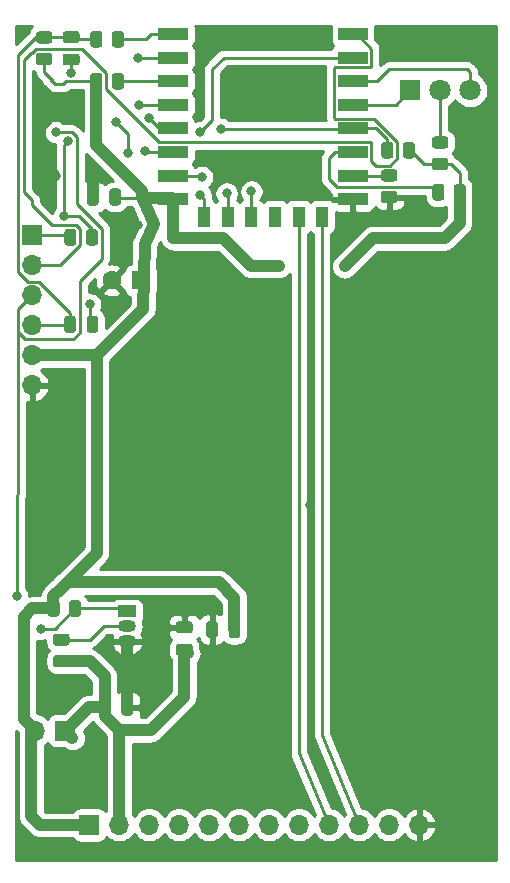
<source format=gbr>
%TF.GenerationSoftware,KiCad,Pcbnew,5.1.9+dfsg1-1*%
%TF.CreationDate,2021-05-25T18:36:33+02:00*%
%TF.ProjectId,vscp-din-wireless-esp8266-flat,76736370-2d64-4696-9e2d-776972656c65,rev?*%
%TF.SameCoordinates,Original*%
%TF.FileFunction,Copper,L1,Top*%
%TF.FilePolarity,Positive*%
%FSLAX46Y46*%
G04 Gerber Fmt 4.6, Leading zero omitted, Abs format (unit mm)*
G04 Created by KiCad (PCBNEW 5.1.9+dfsg1-1) date 2021-05-25 18:36:33*
%MOMM*%
%LPD*%
G01*
G04 APERTURE LIST*
%TA.AperFunction,ComponentPad*%
%ADD10O,1.700000X1.700000*%
%TD*%
%TA.AperFunction,ComponentPad*%
%ADD11R,1.700000X1.700000*%
%TD*%
%TA.AperFunction,SMDPad,CuDef*%
%ADD12R,2.500000X1.000000*%
%TD*%
%TA.AperFunction,SMDPad,CuDef*%
%ADD13R,1.000000X1.800000*%
%TD*%
%TA.AperFunction,ComponentPad*%
%ADD14R,1.500000X1.050000*%
%TD*%
%TA.AperFunction,ComponentPad*%
%ADD15O,1.500000X1.050000*%
%TD*%
%TA.AperFunction,ComponentPad*%
%ADD16C,1.800000*%
%TD*%
%TA.AperFunction,ComponentPad*%
%ADD17R,1.800000X1.800000*%
%TD*%
%TA.AperFunction,ComponentPad*%
%ADD18C,1.600000*%
%TD*%
%TA.AperFunction,ComponentPad*%
%ADD19R,1.600000X1.600000*%
%TD*%
%TA.AperFunction,ViaPad*%
%ADD20C,0.800000*%
%TD*%
%TA.AperFunction,Conductor*%
%ADD21C,0.250000*%
%TD*%
%TA.AperFunction,Conductor*%
%ADD22C,1.000000*%
%TD*%
%TA.AperFunction,Conductor*%
%ADD23C,0.254000*%
%TD*%
%TA.AperFunction,Conductor*%
%ADD24C,0.100000*%
%TD*%
G04 APERTURE END LIST*
D10*
%TO.P,J1,12*%
%TO.N,GND*%
X150787100Y-116306600D03*
%TO.P,J1,11*%
%TO.N,/gpio9*%
X148247100Y-116306600D03*
%TO.P,J1,10*%
%TO.N,/SCLK*%
X145707100Y-116306600D03*
%TO.P,J1,9*%
%TO.N,/MOSI*%
X143167100Y-116306600D03*
%TO.P,J1,8*%
%TO.N,/MISO*%
X140627100Y-116306600D03*
%TO.P,J1,7*%
%TO.N,/CS0*%
X138087100Y-116306600D03*
%TO.P,J1,6*%
%TO.N,/gpio13*%
X135547100Y-116306600D03*
%TO.P,J1,5*%
%TO.N,/gpio12*%
X133007100Y-116306600D03*
%TO.P,J1,4*%
%TO.N,/gpio14*%
X130467100Y-116306600D03*
%TO.P,J1,3*%
%TO.N,/adc*%
X127927100Y-116306600D03*
%TO.P,J1,2*%
%TO.N,VDD*%
X125387100Y-116306600D03*
D11*
%TO.P,J1,1*%
%TO.N,VCC*%
X122847100Y-116306600D03*
%TD*%
%TO.P,C1,2*%
%TO.N,GND*%
%TA.AperFunction,SMDPad,CuDef*%
G36*
G01*
X123641700Y-62669400D02*
X123641700Y-63619400D01*
G75*
G02*
X123391700Y-63869400I-250000J0D01*
G01*
X122891700Y-63869400D01*
G75*
G02*
X122641700Y-63619400I0J250000D01*
G01*
X122641700Y-62669400D01*
G75*
G02*
X122891700Y-62419400I250000J0D01*
G01*
X123391700Y-62419400D01*
G75*
G02*
X123641700Y-62669400I0J-250000D01*
G01*
G37*
%TD.AperFunction*%
%TO.P,C1,1*%
%TO.N,VCC*%
%TA.AperFunction,SMDPad,CuDef*%
G36*
G01*
X125541700Y-62669400D02*
X125541700Y-63619400D01*
G75*
G02*
X125291700Y-63869400I-250000J0D01*
G01*
X124791700Y-63869400D01*
G75*
G02*
X124541700Y-63619400I0J250000D01*
G01*
X124541700Y-62669400D01*
G75*
G02*
X124791700Y-62419400I250000J0D01*
G01*
X125291700Y-62419400D01*
G75*
G02*
X125541700Y-62669400I0J-250000D01*
G01*
G37*
%TD.AperFunction*%
%TD*%
%TO.P,C4,2*%
%TO.N,GND*%
%TA.AperFunction,SMDPad,CuDef*%
G36*
G01*
X125570400Y-106812100D02*
X125570400Y-105862100D01*
G75*
G02*
X125820400Y-105612100I250000J0D01*
G01*
X126320400Y-105612100D01*
G75*
G02*
X126570400Y-105862100I0J-250000D01*
G01*
X126570400Y-106812100D01*
G75*
G02*
X126320400Y-107062100I-250000J0D01*
G01*
X125820400Y-107062100D01*
G75*
G02*
X125570400Y-106812100I0J250000D01*
G01*
G37*
%TD.AperFunction*%
%TO.P,C4,1*%
%TO.N,VDD*%
%TA.AperFunction,SMDPad,CuDef*%
G36*
G01*
X123670400Y-106812100D02*
X123670400Y-105862100D01*
G75*
G02*
X123920400Y-105612100I250000J0D01*
G01*
X124420400Y-105612100D01*
G75*
G02*
X124670400Y-105862100I0J-250000D01*
G01*
X124670400Y-106812100D01*
G75*
G02*
X124420400Y-107062100I-250000J0D01*
G01*
X123920400Y-107062100D01*
G75*
G02*
X123670400Y-106812100I0J250000D01*
G01*
G37*
%TD.AperFunction*%
%TD*%
%TO.P,C3,2*%
%TO.N,GND*%
%TA.AperFunction,SMDPad,CuDef*%
G36*
G01*
X120843000Y-50996000D02*
X121793000Y-50996000D01*
G75*
G02*
X122043000Y-51246000I0J-250000D01*
G01*
X122043000Y-51746000D01*
G75*
G02*
X121793000Y-51996000I-250000J0D01*
G01*
X120843000Y-51996000D01*
G75*
G02*
X120593000Y-51746000I0J250000D01*
G01*
X120593000Y-51246000D01*
G75*
G02*
X120843000Y-50996000I250000J0D01*
G01*
G37*
%TD.AperFunction*%
%TO.P,C3,1*%
%TO.N,/RESET*%
%TA.AperFunction,SMDPad,CuDef*%
G36*
G01*
X120843000Y-49096000D02*
X121793000Y-49096000D01*
G75*
G02*
X122043000Y-49346000I0J-250000D01*
G01*
X122043000Y-49846000D01*
G75*
G02*
X121793000Y-50096000I-250000J0D01*
G01*
X120843000Y-50096000D01*
G75*
G02*
X120593000Y-49846000I0J250000D01*
G01*
X120593000Y-49346000D01*
G75*
G02*
X120843000Y-49096000I250000J0D01*
G01*
G37*
%TD.AperFunction*%
%TD*%
D12*
%TO.P,U2,22*%
%TO.N,/TXD*%
X145174000Y-49332000D03*
%TO.P,U2,21*%
%TO.N,/RXD*%
X145174000Y-51332000D03*
%TO.P,U2,20*%
%TO.N,/ledb*%
X145174000Y-53332000D03*
%TO.P,U2,19*%
%TO.N,/leda*%
X145174000Y-55332000D03*
%TO.P,U2,18*%
%TO.N,Net-(R5-Pad2)*%
X145174000Y-57332000D03*
%TO.P,U2,17*%
%TO.N,Net-(R6-Pad2)*%
X145174000Y-59332000D03*
%TO.P,U2,16*%
%TO.N,Net-(R8-Pad2)*%
X145174000Y-61332000D03*
%TO.P,U2,15*%
%TO.N,GND*%
X145174000Y-63332000D03*
D13*
%TO.P,U2,14*%
%TO.N,/SCLK*%
X142574000Y-64832000D03*
%TO.P,U2,13*%
%TO.N,/MOSI*%
X140574000Y-64832000D03*
%TO.P,U2,12*%
%TO.N,Net-(U2-Pad12)*%
X138574000Y-64832000D03*
%TO.P,U2,11*%
%TO.N,/gpio9*%
X136574000Y-64832000D03*
%TO.P,U2,10*%
%TO.N,/MISO*%
X134574000Y-64832000D03*
%TO.P,U2,9*%
%TO.N,/CS0*%
X132574000Y-64832000D03*
D12*
%TO.P,U2,8*%
%TO.N,VCC*%
X129974000Y-63332000D03*
%TO.P,U2,7*%
%TO.N,/gpio13*%
X129974000Y-61332000D03*
%TO.P,U2,6*%
%TO.N,/gpio12*%
X129974000Y-59332000D03*
%TO.P,U2,5*%
%TO.N,/gpio14*%
X129974000Y-57332000D03*
%TO.P,U2,4*%
%TO.N,Net-(R4-Pad2)*%
X129974000Y-55332000D03*
%TO.P,U2,3*%
%TO.N,Net-(R1-Pad2)*%
X129974000Y-53332000D03*
%TO.P,U2,2*%
%TO.N,/adc*%
X129974000Y-51332000D03*
%TO.P,U2,1*%
%TO.N,Net-(R3-Pad1)*%
X129974000Y-49332000D03*
%TD*%
%TO.P,R11,2*%
%TO.N,Net-(D1-Pad2)*%
%TA.AperFunction,SMDPad,CuDef*%
G36*
G01*
X153010002Y-59036000D02*
X152109998Y-59036000D01*
G75*
G02*
X151860000Y-58786002I0J249998D01*
G01*
X151860000Y-58260998D01*
G75*
G02*
X152109998Y-58011000I249998J0D01*
G01*
X153010002Y-58011000D01*
G75*
G02*
X153260000Y-58260998I0J-249998D01*
G01*
X153260000Y-58786002D01*
G75*
G02*
X153010002Y-59036000I-249998J0D01*
G01*
G37*
%TD.AperFunction*%
%TO.P,R11,1*%
%TO.N,VCC*%
%TA.AperFunction,SMDPad,CuDef*%
G36*
G01*
X153010002Y-60861000D02*
X152109998Y-60861000D01*
G75*
G02*
X151860000Y-60611002I0J249998D01*
G01*
X151860000Y-60085998D01*
G75*
G02*
X152109998Y-59836000I249998J0D01*
G01*
X153010002Y-59836000D01*
G75*
G02*
X153260000Y-60085998I0J-249998D01*
G01*
X153260000Y-60611002D01*
G75*
G02*
X153010002Y-60861000I-249998J0D01*
G01*
G37*
%TD.AperFunction*%
%TD*%
%TO.P,R10,2*%
%TO.N,VCC*%
%TA.AperFunction,SMDPad,CuDef*%
G36*
G01*
X120338900Y-97530498D02*
X120338900Y-98430502D01*
G75*
G02*
X120088902Y-98680500I-249998J0D01*
G01*
X119563898Y-98680500D01*
G75*
G02*
X119313900Y-98430502I0J249998D01*
G01*
X119313900Y-97530498D01*
G75*
G02*
X119563898Y-97280500I249998J0D01*
G01*
X120088902Y-97280500D01*
G75*
G02*
X120338900Y-97530498I0J-249998D01*
G01*
G37*
%TD.AperFunction*%
%TO.P,R10,1*%
%TO.N,/RXD*%
%TA.AperFunction,SMDPad,CuDef*%
G36*
G01*
X122163900Y-97530498D02*
X122163900Y-98430502D01*
G75*
G02*
X121913902Y-98680500I-249998J0D01*
G01*
X121388898Y-98680500D01*
G75*
G02*
X121138900Y-98430502I0J249998D01*
G01*
X121138900Y-97530498D01*
G75*
G02*
X121388898Y-97280500I249998J0D01*
G01*
X121913902Y-97280500D01*
G75*
G02*
X122163900Y-97530498I0J-249998D01*
G01*
G37*
%TD.AperFunction*%
%TD*%
%TO.P,R9,2*%
%TO.N,VDD*%
%TA.AperFunction,SMDPad,CuDef*%
G36*
G01*
X120034898Y-101936500D02*
X120934902Y-101936500D01*
G75*
G02*
X121184900Y-102186498I0J-249998D01*
G01*
X121184900Y-102711502D01*
G75*
G02*
X120934902Y-102961500I-249998J0D01*
G01*
X120034898Y-102961500D01*
G75*
G02*
X119784900Y-102711502I0J249998D01*
G01*
X119784900Y-102186498D01*
G75*
G02*
X120034898Y-101936500I249998J0D01*
G01*
G37*
%TD.AperFunction*%
%TO.P,R9,1*%
%TO.N,/TTLRX*%
%TA.AperFunction,SMDPad,CuDef*%
G36*
G01*
X120034898Y-100111500D02*
X120934902Y-100111500D01*
G75*
G02*
X121184900Y-100361498I0J-249998D01*
G01*
X121184900Y-100886502D01*
G75*
G02*
X120934902Y-101136500I-249998J0D01*
G01*
X120034898Y-101136500D01*
G75*
G02*
X119784900Y-100886502I0J249998D01*
G01*
X119784900Y-100361498D01*
G75*
G02*
X120034898Y-100111500I249998J0D01*
G01*
G37*
%TD.AperFunction*%
%TD*%
%TO.P,R8,2*%
%TO.N,Net-(R8-Pad2)*%
%TA.AperFunction,SMDPad,CuDef*%
G36*
G01*
X148692002Y-61830000D02*
X147791998Y-61830000D01*
G75*
G02*
X147542000Y-61580002I0J249998D01*
G01*
X147542000Y-61054998D01*
G75*
G02*
X147791998Y-60805000I249998J0D01*
G01*
X148692002Y-60805000D01*
G75*
G02*
X148942000Y-61054998I0J-249998D01*
G01*
X148942000Y-61580002D01*
G75*
G02*
X148692002Y-61830000I-249998J0D01*
G01*
G37*
%TD.AperFunction*%
%TO.P,R8,1*%
%TO.N,GND*%
%TA.AperFunction,SMDPad,CuDef*%
G36*
G01*
X148692002Y-63655000D02*
X147791998Y-63655000D01*
G75*
G02*
X147542000Y-63405002I0J249998D01*
G01*
X147542000Y-62879998D01*
G75*
G02*
X147791998Y-62630000I249998J0D01*
G01*
X148692002Y-62630000D01*
G75*
G02*
X148942000Y-62879998I0J-249998D01*
G01*
X148942000Y-63405002D01*
G75*
G02*
X148692002Y-63655000I-249998J0D01*
G01*
G37*
%TD.AperFunction*%
%TD*%
%TO.P,R7,2*%
%TO.N,/FLASH*%
%TA.AperFunction,SMDPad,CuDef*%
G36*
G01*
X121774000Y-66097998D02*
X121774000Y-66998002D01*
G75*
G02*
X121524002Y-67248000I-249998J0D01*
G01*
X120998998Y-67248000D01*
G75*
G02*
X120749000Y-66998002I0J249998D01*
G01*
X120749000Y-66097998D01*
G75*
G02*
X120998998Y-65848000I249998J0D01*
G01*
X121524002Y-65848000D01*
G75*
G02*
X121774000Y-66097998I0J-249998D01*
G01*
G37*
%TD.AperFunction*%
%TO.P,R7,1*%
%TO.N,Net-(R5-Pad2)*%
%TA.AperFunction,SMDPad,CuDef*%
G36*
G01*
X123599000Y-66097998D02*
X123599000Y-66998002D01*
G75*
G02*
X123349002Y-67248000I-249998J0D01*
G01*
X122823998Y-67248000D01*
G75*
G02*
X122574000Y-66998002I0J249998D01*
G01*
X122574000Y-66097998D01*
G75*
G02*
X122823998Y-65848000I249998J0D01*
G01*
X123349002Y-65848000D01*
G75*
G02*
X123599000Y-66097998I0J-249998D01*
G01*
G37*
%TD.AperFunction*%
%TD*%
%TO.P,R6,2*%
%TO.N,Net-(R6-Pad2)*%
%TA.AperFunction,SMDPad,CuDef*%
G36*
G01*
X152922000Y-62287998D02*
X152922000Y-63188002D01*
G75*
G02*
X152672002Y-63438000I-249998J0D01*
G01*
X152146998Y-63438000D01*
G75*
G02*
X151897000Y-63188002I0J249998D01*
G01*
X151897000Y-62287998D01*
G75*
G02*
X152146998Y-62038000I249998J0D01*
G01*
X152672002Y-62038000D01*
G75*
G02*
X152922000Y-62287998I0J-249998D01*
G01*
G37*
%TD.AperFunction*%
%TO.P,R6,1*%
%TO.N,VCC*%
%TA.AperFunction,SMDPad,CuDef*%
G36*
G01*
X154747000Y-62287998D02*
X154747000Y-63188002D01*
G75*
G02*
X154497002Y-63438000I-249998J0D01*
G01*
X153971998Y-63438000D01*
G75*
G02*
X153722000Y-63188002I0J249998D01*
G01*
X153722000Y-62287998D01*
G75*
G02*
X153971998Y-62038000I249998J0D01*
G01*
X154497002Y-62038000D01*
G75*
G02*
X154747000Y-62287998I0J-249998D01*
G01*
G37*
%TD.AperFunction*%
%TD*%
%TO.P,R5,2*%
%TO.N,Net-(R5-Pad2)*%
%TA.AperFunction,SMDPad,CuDef*%
G36*
G01*
X148604000Y-58731998D02*
X148604000Y-59632002D01*
G75*
G02*
X148354002Y-59882000I-249998J0D01*
G01*
X147828998Y-59882000D01*
G75*
G02*
X147579000Y-59632002I0J249998D01*
G01*
X147579000Y-58731998D01*
G75*
G02*
X147828998Y-58482000I249998J0D01*
G01*
X148354002Y-58482000D01*
G75*
G02*
X148604000Y-58731998I0J-249998D01*
G01*
G37*
%TD.AperFunction*%
%TO.P,R5,1*%
%TO.N,VCC*%
%TA.AperFunction,SMDPad,CuDef*%
G36*
G01*
X150429000Y-58731998D02*
X150429000Y-59632002D01*
G75*
G02*
X150179002Y-59882000I-249998J0D01*
G01*
X149653998Y-59882000D01*
G75*
G02*
X149404000Y-59632002I0J249998D01*
G01*
X149404000Y-58731998D01*
G75*
G02*
X149653998Y-58482000I249998J0D01*
G01*
X150179002Y-58482000D01*
G75*
G02*
X150429000Y-58731998I0J-249998D01*
G01*
G37*
%TD.AperFunction*%
%TD*%
%TO.P,R4,2*%
%TO.N,Net-(R4-Pad2)*%
%TA.AperFunction,SMDPad,CuDef*%
G36*
G01*
X122624000Y-74389000D02*
X122624000Y-73439000D01*
G75*
G02*
X122874000Y-73189000I250000J0D01*
G01*
X123374000Y-73189000D01*
G75*
G02*
X123624000Y-73439000I0J-250000D01*
G01*
X123624000Y-74389000D01*
G75*
G02*
X123374000Y-74639000I-250000J0D01*
G01*
X122874000Y-74639000D01*
G75*
G02*
X122624000Y-74389000I0J250000D01*
G01*
G37*
%TD.AperFunction*%
%TO.P,R4,1*%
%TO.N,/RESET*%
%TA.AperFunction,SMDPad,CuDef*%
G36*
G01*
X120724000Y-74389000D02*
X120724000Y-73439000D01*
G75*
G02*
X120974000Y-73189000I250000J0D01*
G01*
X121474000Y-73189000D01*
G75*
G02*
X121724000Y-73439000I0J-250000D01*
G01*
X121724000Y-74389000D01*
G75*
G02*
X121474000Y-74639000I-250000J0D01*
G01*
X120974000Y-74639000D01*
G75*
G02*
X120724000Y-74389000I0J250000D01*
G01*
G37*
%TD.AperFunction*%
%TD*%
%TO.P,R3,2*%
%TO.N,/RESET*%
%TA.AperFunction,SMDPad,CuDef*%
G36*
G01*
X123966000Y-49333998D02*
X123966000Y-50234002D01*
G75*
G02*
X123716002Y-50484000I-249998J0D01*
G01*
X123190998Y-50484000D01*
G75*
G02*
X122941000Y-50234002I0J249998D01*
G01*
X122941000Y-49333998D01*
G75*
G02*
X123190998Y-49084000I249998J0D01*
G01*
X123716002Y-49084000D01*
G75*
G02*
X123966000Y-49333998I0J-249998D01*
G01*
G37*
%TD.AperFunction*%
%TO.P,R3,1*%
%TO.N,Net-(R3-Pad1)*%
%TA.AperFunction,SMDPad,CuDef*%
G36*
G01*
X125791000Y-49333998D02*
X125791000Y-50234002D01*
G75*
G02*
X125541002Y-50484000I-249998J0D01*
G01*
X125015998Y-50484000D01*
G75*
G02*
X124766000Y-50234002I0J249998D01*
G01*
X124766000Y-49333998D01*
G75*
G02*
X125015998Y-49084000I249998J0D01*
G01*
X125541002Y-49084000D01*
G75*
G02*
X125791000Y-49333998I0J-249998D01*
G01*
G37*
%TD.AperFunction*%
%TD*%
%TO.P,R2,2*%
%TO.N,/RESET*%
%TA.AperFunction,SMDPad,CuDef*%
G36*
G01*
X119482002Y-50146000D02*
X118581998Y-50146000D01*
G75*
G02*
X118332000Y-49896002I0J249998D01*
G01*
X118332000Y-49370998D01*
G75*
G02*
X118581998Y-49121000I249998J0D01*
G01*
X119482002Y-49121000D01*
G75*
G02*
X119732000Y-49370998I0J-249998D01*
G01*
X119732000Y-49896002D01*
G75*
G02*
X119482002Y-50146000I-249998J0D01*
G01*
G37*
%TD.AperFunction*%
%TO.P,R2,1*%
%TO.N,VCC*%
%TA.AperFunction,SMDPad,CuDef*%
G36*
G01*
X119482002Y-51971000D02*
X118581998Y-51971000D01*
G75*
G02*
X118332000Y-51721002I0J249998D01*
G01*
X118332000Y-51195998D01*
G75*
G02*
X118581998Y-50946000I249998J0D01*
G01*
X119482002Y-50946000D01*
G75*
G02*
X119732000Y-51195998I0J-249998D01*
G01*
X119732000Y-51721002D01*
G75*
G02*
X119482002Y-51971000I-249998J0D01*
G01*
G37*
%TD.AperFunction*%
%TD*%
%TO.P,R1,2*%
%TO.N,Net-(R1-Pad2)*%
%TA.AperFunction,SMDPad,CuDef*%
G36*
G01*
X124766000Y-53790002D02*
X124766000Y-52889998D01*
G75*
G02*
X125015998Y-52640000I249998J0D01*
G01*
X125541002Y-52640000D01*
G75*
G02*
X125791000Y-52889998I0J-249998D01*
G01*
X125791000Y-53790002D01*
G75*
G02*
X125541002Y-54040000I-249998J0D01*
G01*
X125015998Y-54040000D01*
G75*
G02*
X124766000Y-53790002I0J249998D01*
G01*
G37*
%TD.AperFunction*%
%TO.P,R1,1*%
%TO.N,VCC*%
%TA.AperFunction,SMDPad,CuDef*%
G36*
G01*
X122941000Y-53790002D02*
X122941000Y-52889998D01*
G75*
G02*
X123190998Y-52640000I249998J0D01*
G01*
X123716002Y-52640000D01*
G75*
G02*
X123966000Y-52889998I0J-249998D01*
G01*
X123966000Y-53790002D01*
G75*
G02*
X123716002Y-54040000I-249998J0D01*
G01*
X123190998Y-54040000D01*
G75*
G02*
X122941000Y-53790002I0J249998D01*
G01*
G37*
%TD.AperFunction*%
%TD*%
D14*
%TO.P,Q1,1*%
%TO.N,/RXD*%
X126072900Y-98234500D03*
D15*
%TO.P,Q1,3*%
%TO.N,GND*%
X126072900Y-100774500D03*
%TO.P,Q1,2*%
%TO.N,/TTLRX*%
X126072900Y-99504500D03*
%TD*%
D10*
%TO.P,J4,2*%
%TO.N,VCC*%
X118275100Y-108331000D03*
D11*
%TO.P,J4,1*%
%TO.N,VDD*%
X120815100Y-108331000D03*
%TD*%
D16*
%TO.P,D1,3*%
%TO.N,/ledb*%
X155100000Y-54102000D03*
%TO.P,D1,2*%
%TO.N,Net-(D1-Pad2)*%
X152560000Y-54102000D03*
D17*
%TO.P,D1,1*%
%TO.N,/leda*%
X150020000Y-54102000D03*
%TD*%
%TO.P,C6,2*%
%TO.N,GND*%
%TA.AperFunction,SMDPad,CuDef*%
G36*
G01*
X131373900Y-100070500D02*
X130423900Y-100070500D01*
G75*
G02*
X130173900Y-99820500I0J250000D01*
G01*
X130173900Y-99320500D01*
G75*
G02*
X130423900Y-99070500I250000J0D01*
G01*
X131373900Y-99070500D01*
G75*
G02*
X131623900Y-99320500I0J-250000D01*
G01*
X131623900Y-99820500D01*
G75*
G02*
X131373900Y-100070500I-250000J0D01*
G01*
G37*
%TD.AperFunction*%
%TO.P,C6,1*%
%TO.N,VDD*%
%TA.AperFunction,SMDPad,CuDef*%
G36*
G01*
X131373900Y-101970500D02*
X130423900Y-101970500D01*
G75*
G02*
X130173900Y-101720500I0J250000D01*
G01*
X130173900Y-101220500D01*
G75*
G02*
X130423900Y-100970500I250000J0D01*
G01*
X131373900Y-100970500D01*
G75*
G02*
X131623900Y-101220500I0J-250000D01*
G01*
X131623900Y-101720500D01*
G75*
G02*
X131373900Y-101970500I-250000J0D01*
G01*
G37*
%TD.AperFunction*%
%TD*%
%TO.P,C5,2*%
%TO.N,GND*%
%TA.AperFunction,SMDPad,CuDef*%
G36*
G01*
X133750900Y-99283500D02*
X133750900Y-100233500D01*
G75*
G02*
X133500900Y-100483500I-250000J0D01*
G01*
X133000900Y-100483500D01*
G75*
G02*
X132750900Y-100233500I0J250000D01*
G01*
X132750900Y-99283500D01*
G75*
G02*
X133000900Y-99033500I250000J0D01*
G01*
X133500900Y-99033500D01*
G75*
G02*
X133750900Y-99283500I0J-250000D01*
G01*
G37*
%TD.AperFunction*%
%TO.P,C5,1*%
%TO.N,VCC*%
%TA.AperFunction,SMDPad,CuDef*%
G36*
G01*
X135650900Y-99283500D02*
X135650900Y-100233500D01*
G75*
G02*
X135400900Y-100483500I-250000J0D01*
G01*
X134900900Y-100483500D01*
G75*
G02*
X134650900Y-100233500I0J250000D01*
G01*
X134650900Y-99283500D01*
G75*
G02*
X134900900Y-99033500I250000J0D01*
G01*
X135400900Y-99033500D01*
G75*
G02*
X135650900Y-99283500I0J-250000D01*
G01*
G37*
%TD.AperFunction*%
%TD*%
D18*
%TO.P,C2,2*%
%TO.N,GND*%
X124741300Y-70205600D03*
D19*
%TO.P,C2,1*%
%TO.N,VCC*%
X127241300Y-70205600D03*
%TD*%
D11*
%TO.P,J3,1*%
%TO.N,/FLASH*%
X118010600Y-66395000D03*
D10*
%TO.P,J3,2*%
%TO.N,/TXD*%
X118010600Y-68935000D03*
%TO.P,J3,3*%
%TO.N,/RXD*%
X118010600Y-71475000D03*
%TO.P,J3,4*%
%TO.N,/RESET*%
X118010600Y-74015000D03*
%TO.P,J3,5*%
%TO.N,VCC*%
X118010600Y-76555000D03*
%TO.P,J3,6*%
%TO.N,GND*%
X118010600Y-79095000D03*
%TD*%
D20*
%TO.N,GND*%
X119278400Y-54686200D03*
X141744700Y-54876700D03*
X149136100Y-50419000D03*
X141401800Y-50292000D03*
X117195600Y-49326800D03*
X121285000Y-52615000D03*
X138696700Y-60286900D03*
X120010999Y-61341000D03*
X123164600Y-61518800D03*
X126949200Y-65493900D03*
X141516100Y-89255600D03*
X120307100Y-104800400D03*
X121119900Y-112496600D03*
%TO.N,VCC*%
X138925300Y-68948300D03*
X144475200Y-68999100D03*
%TO.N,/RXD*%
X132240000Y-57658000D03*
X120011000Y-57658000D03*
X118757700Y-99707700D03*
X116725700Y-96888300D03*
%TO.N,Net-(R4-Pad2)*%
X127076200Y-55333900D03*
X122897900Y-72224900D03*
%TO.N,Net-(R5-Pad2)*%
X120738900Y-64719200D03*
X121064000Y-58420000D03*
X134018000Y-57404000D03*
%TO.N,/adc*%
X126974600Y-51333400D03*
%TO.N,/gpio13*%
X132384800Y-61455300D03*
%TO.N,/gpio12*%
X127571500Y-59283600D03*
%TO.N,/gpio14*%
X127914400Y-56451500D03*
X125082300Y-56781700D03*
X126111000Y-59436000D03*
%TO.N,/gpio9*%
X136574000Y-62660000D03*
%TO.N,/MISO*%
X134493000Y-62839600D03*
%TO.N,/CS0*%
X132270500Y-62979300D03*
%TD*%
D21*
%TO.N,GND*%
X133062900Y-99570500D02*
X133250900Y-99758500D01*
D22*
X126072900Y-106334600D02*
X126070400Y-106337100D01*
X126072900Y-100774500D02*
X126072900Y-106334600D01*
D21*
X121285000Y-51529000D02*
X121318000Y-51496000D01*
X121285000Y-52615000D02*
X121285000Y-51529000D01*
D22*
X119278400Y-54686200D02*
X119278400Y-56629300D01*
X119278400Y-56629300D02*
X118719600Y-57188100D01*
D21*
X123164600Y-63121500D02*
X123141700Y-63144400D01*
D22*
X123164600Y-61518800D02*
X123164600Y-63121500D01*
X119910990Y-61240991D02*
X119910990Y-61341000D01*
X118719600Y-60049601D02*
X119910990Y-61240991D01*
X118719600Y-57188100D02*
X118719600Y-60049601D01*
D21*
%TO.N,VCC*%
X119032000Y-51458500D02*
X119032000Y-52578000D01*
D22*
X127434000Y-63332000D02*
X127348000Y-63246000D01*
D21*
X149916500Y-59182000D02*
X150020000Y-59182000D01*
X151186500Y-60348500D02*
X152560000Y-60348500D01*
X150020000Y-59182000D02*
X151186500Y-60348500D01*
X152560000Y-60348500D02*
X153472500Y-60348500D01*
X154234500Y-61110500D02*
X154234500Y-62738000D01*
X153472500Y-60348500D02*
X154234500Y-61110500D01*
D22*
X129888000Y-63246000D02*
X129974000Y-63332000D01*
X127348000Y-63246000D02*
X129888000Y-63246000D01*
X129974000Y-63332000D02*
X129974000Y-66626400D01*
X154234500Y-65361200D02*
X154234500Y-62738000D01*
X152969300Y-66626400D02*
X154234500Y-65361200D01*
X117932200Y-108673900D02*
X118275100Y-108331000D01*
X117932200Y-115570000D02*
X117932200Y-108673900D01*
X135150900Y-99758500D02*
X135150900Y-97089000D01*
X135150900Y-97089000D02*
X133819900Y-95758000D01*
X133819900Y-95758000D02*
X121018300Y-95758000D01*
X119826400Y-96949900D02*
X119826400Y-97980500D01*
X119826400Y-97980500D02*
X118046500Y-97980500D01*
X118046500Y-97980500D02*
X117309900Y-98717100D01*
X117309900Y-107365800D02*
X118275100Y-108331000D01*
X117309900Y-98717100D02*
X117309900Y-107365800D01*
X118010600Y-76555000D02*
X123503000Y-76555000D01*
X123503000Y-93273300D02*
X120459500Y-96316800D01*
X123503000Y-76555000D02*
X123503000Y-93273300D01*
X120459500Y-96316800D02*
X119826400Y-96949900D01*
X121018300Y-95758000D02*
X120459500Y-96316800D01*
X129974000Y-66626400D02*
X134203100Y-66626400D01*
X136525000Y-68948300D02*
X138925300Y-68948300D01*
X134203100Y-66626400D02*
X136525000Y-68948300D01*
X146847900Y-66626400D02*
X152969300Y-66626400D01*
X144475200Y-68999100D02*
X146847900Y-66626400D01*
D21*
X119517150Y-53165852D02*
X119517150Y-53063150D01*
X120655101Y-53607801D02*
X119959099Y-53607801D01*
X120922902Y-53340000D02*
X120655101Y-53607801D01*
X123453500Y-53340000D02*
X120922902Y-53340000D01*
X119959099Y-53607801D02*
X119517150Y-53165852D01*
X119517150Y-53063150D02*
X119794000Y-53340000D01*
X119032000Y-52578000D02*
X119517150Y-53063150D01*
D22*
X123453500Y-58777500D02*
X123453500Y-53340000D01*
X127348000Y-62672000D02*
X123453500Y-58777500D01*
X127348000Y-63246000D02*
X127348000Y-62672000D01*
D21*
X125143300Y-63246000D02*
X125041700Y-63144400D01*
X127348000Y-63246000D02*
X125143300Y-63246000D01*
D22*
X118668800Y-116306600D02*
X117932200Y-115570000D01*
X122847100Y-116306600D02*
X118668800Y-116306600D01*
X127414000Y-63312000D02*
X127348000Y-63246000D01*
X128295560Y-65455640D02*
X127414000Y-63312000D01*
X127533400Y-67132200D02*
X128295560Y-65455640D01*
X127414000Y-72644000D02*
X127533400Y-67132200D01*
X123503000Y-76555000D02*
X127414000Y-72644000D01*
D21*
%TO.N,/RESET*%
X121506000Y-49784000D02*
X121318000Y-49596000D01*
X123453500Y-49784000D02*
X121506000Y-49784000D01*
X119069500Y-49596000D02*
X119032000Y-49633500D01*
X121318000Y-49596000D02*
X119069500Y-49596000D01*
X121123000Y-74015000D02*
X121224000Y-73914000D01*
X118010600Y-74015000D02*
X121123000Y-74015000D01*
X121224000Y-72949398D02*
X121224000Y-73914000D01*
X117636597Y-70299999D02*
X118574601Y-70299999D01*
X116835599Y-69499001D02*
X117636597Y-70299999D01*
X116835599Y-51129901D02*
X116835599Y-69499001D01*
X118574601Y-70299999D02*
X121224000Y-72949398D01*
X118332000Y-49633500D02*
X116835599Y-51129901D01*
X119032000Y-49633500D02*
X118332000Y-49633500D01*
D22*
%TO.N,VDD*%
X131218900Y-101790500D02*
X130898900Y-101470500D01*
X121432200Y-108948100D02*
X120815100Y-108331000D01*
X122809000Y-106337100D02*
X120815100Y-108331000D01*
X124170400Y-106337100D02*
X122809000Y-106337100D01*
X120484900Y-102449000D02*
X122908700Y-102449000D01*
X124170400Y-103710700D02*
X124170400Y-106337100D01*
X122908700Y-102449000D02*
X124170400Y-103710700D01*
X130898900Y-101470500D02*
X130898900Y-105448100D01*
X130898900Y-105448100D02*
X128054100Y-108292900D01*
X124170400Y-107062100D02*
X124170400Y-106337100D01*
X125401200Y-108292900D02*
X124170400Y-107062100D01*
X128054100Y-108292900D02*
X125401200Y-108292900D01*
X125387100Y-108307000D02*
X125401200Y-108292900D01*
X125387100Y-116306600D02*
X125387100Y-108307000D01*
D21*
%TO.N,Net-(D1-Pad2)*%
X152560000Y-58523500D02*
X152560000Y-54102000D01*
%TO.N,/FLASH*%
X118163600Y-66548000D02*
X118010600Y-66395000D01*
X117285609Y-66071609D02*
X117285609Y-66040000D01*
X117609000Y-66395000D02*
X117285609Y-66071609D01*
X118010600Y-66395000D02*
X117609000Y-66395000D01*
X121108500Y-66395000D02*
X121261500Y-66548000D01*
X118010600Y-66395000D02*
X121108500Y-66395000D01*
%TO.N,/TXD*%
X117915000Y-68935000D02*
X118560999Y-68289001D01*
X122099010Y-65859820D02*
X122099010Y-67236180D01*
X118006990Y-63841490D02*
X119688490Y-65522990D01*
X124291010Y-52651820D02*
X122260180Y-50620990D01*
X119688490Y-65522990D02*
X121762180Y-65522990D01*
X124291010Y-54028180D02*
X124291010Y-52651820D01*
X128769829Y-58506999D02*
X124291010Y-54028180D01*
X147136990Y-60479990D02*
X146749001Y-60092001D01*
X146684001Y-58506999D02*
X128769829Y-58506999D01*
X148319200Y-60479990D02*
X147136990Y-60479990D01*
X121762180Y-65522990D02*
X122099010Y-65859820D01*
X148929010Y-59870180D02*
X148319200Y-60479990D01*
X148929010Y-58470600D02*
X148929010Y-59870180D01*
X146965409Y-56506999D02*
X148929010Y-58470600D01*
X143598999Y-56441999D02*
X143663999Y-56506999D01*
X118343820Y-50620990D02*
X118006990Y-50957820D01*
X143598999Y-52222001D02*
X143598999Y-56441999D01*
X143663999Y-56506999D02*
X146965409Y-56506999D01*
X143663999Y-52157001D02*
X143598999Y-52222001D01*
X120400190Y-68935000D02*
X118010600Y-68935000D01*
X146749001Y-58571999D02*
X146684001Y-58506999D01*
X146684001Y-52157001D02*
X143663999Y-52157001D01*
X122099010Y-67236180D02*
X120400190Y-68935000D01*
X146749001Y-60092001D02*
X146749001Y-58571999D01*
X146749001Y-52092001D02*
X146684001Y-52157001D01*
X146749001Y-50571999D02*
X146749001Y-52092001D01*
X145509002Y-49332000D02*
X146749001Y-50571999D01*
X145174000Y-49332000D02*
X145509002Y-49332000D01*
X122260180Y-50620990D02*
X118343820Y-50620990D01*
X118006990Y-63409690D02*
X117335300Y-62738000D01*
X118006990Y-63841490D02*
X118006990Y-63409690D01*
X117335300Y-62738000D02*
X117335300Y-51511200D01*
X117888680Y-50957820D02*
X118006990Y-50957820D01*
X117335300Y-51511200D02*
X117888680Y-50957820D01*
%TO.N,/RXD*%
X145174000Y-51332000D02*
X134248000Y-51332000D01*
X134248000Y-51332000D02*
X133256000Y-52324000D01*
X133256000Y-56642000D02*
X132240000Y-57658000D01*
X133256000Y-52324000D02*
X133256000Y-56642000D01*
X116835599Y-88285789D02*
X116835599Y-72650001D01*
X125818900Y-97980500D02*
X126072900Y-98234500D01*
X121651400Y-97980500D02*
X125818900Y-97980500D01*
X119924200Y-99707700D02*
X118757700Y-99707700D01*
X121651400Y-97980500D02*
X119924200Y-99707700D01*
X116725700Y-88395688D02*
X116835599Y-88285789D01*
X116725700Y-96888300D02*
X116725700Y-88395688D01*
X121375002Y-57658000D02*
X120011000Y-57658000D01*
X121789001Y-58071999D02*
X121375002Y-57658000D01*
X121789001Y-63724811D02*
X121789001Y-58071999D01*
X123924010Y-65859820D02*
X121789001Y-63724811D01*
X122049010Y-74627180D02*
X122049010Y-70238608D01*
X121486189Y-75190001D02*
X122049010Y-74627180D01*
X123924010Y-68363608D02*
X123924010Y-65859820D01*
X117446599Y-75190001D02*
X121486189Y-75190001D01*
X116835599Y-74579001D02*
X117446599Y-75190001D01*
X116835599Y-72650001D02*
X116835599Y-74579001D01*
X122049010Y-70238608D02*
X123924010Y-68363608D01*
X118010600Y-71475000D02*
X116835599Y-72650001D01*
%TO.N,Net-(R1-Pad2)*%
X129966000Y-53340000D02*
X129974000Y-53332000D01*
X125278500Y-53340000D02*
X129966000Y-53340000D01*
%TO.N,Net-(R3-Pad1)*%
X125278500Y-49784000D02*
X127668000Y-49784000D01*
X128120000Y-49332000D02*
X129974000Y-49332000D01*
X127668000Y-49784000D02*
X128120000Y-49332000D01*
%TO.N,Net-(R4-Pad2)*%
X127078100Y-55332000D02*
X127076200Y-55333900D01*
X129974000Y-55332000D02*
X127078100Y-55332000D01*
X122897900Y-73687900D02*
X123124000Y-73914000D01*
X122897900Y-72224900D02*
X122897900Y-73687900D01*
%TO.N,Net-(R5-Pad2)*%
X145174000Y-57332000D02*
X147154000Y-57332000D01*
X148091500Y-58269500D02*
X148091500Y-59182000D01*
X147154000Y-57332000D02*
X148091500Y-58269500D01*
X120736000Y-58748000D02*
X121064000Y-58420000D01*
X145102000Y-57404000D02*
X145174000Y-57332000D01*
X134018000Y-57404000D02*
X145102000Y-57404000D01*
X120736000Y-64716300D02*
X120738900Y-64719200D01*
X120736000Y-58748000D02*
X120736000Y-64716300D01*
X120738900Y-64719200D02*
X121958100Y-64719200D01*
X123086500Y-65847600D02*
X123086500Y-66548000D01*
X121958100Y-64719200D02*
X123086500Y-65847600D01*
%TO.N,Net-(R6-Pad2)*%
X143811988Y-62304990D02*
X143162000Y-61655002D01*
X151976490Y-62304990D02*
X143811988Y-62304990D01*
X152409500Y-62738000D02*
X151976490Y-62304990D01*
X143674000Y-59332000D02*
X145174000Y-59332000D01*
X143162000Y-59844000D02*
X143674000Y-59332000D01*
X143162000Y-61655002D02*
X143162000Y-59844000D01*
%TO.N,Net-(R8-Pad2)*%
X148227500Y-61332000D02*
X148242000Y-61317500D01*
X145174000Y-61332000D02*
X148227500Y-61332000D01*
%TO.N,/ledb*%
X145174000Y-53332000D02*
X147234000Y-53332000D01*
X147234000Y-53332000D02*
X148242000Y-52324000D01*
X148242000Y-52324000D02*
X154846000Y-52324000D01*
X155100000Y-52578000D02*
X155100000Y-54102000D01*
X154846000Y-52324000D02*
X155100000Y-52578000D01*
%TO.N,/leda*%
X148790000Y-55332000D02*
X150020000Y-54102000D01*
X145174000Y-55332000D02*
X148790000Y-55332000D01*
%TO.N,/TTLRX*%
X120484900Y-100624000D02*
X122946800Y-100624000D01*
X124066300Y-99504500D02*
X126072900Y-99504500D01*
X122946800Y-100624000D02*
X124066300Y-99504500D01*
%TO.N,/adc*%
X126976000Y-51332000D02*
X126974600Y-51333400D01*
X129974000Y-51332000D02*
X126976000Y-51332000D01*
%TO.N,/gpio13*%
X132261500Y-61332000D02*
X132384800Y-61455300D01*
X129974000Y-61332000D02*
X132261500Y-61332000D01*
%TO.N,/gpio12*%
X127619900Y-59332000D02*
X127571500Y-59283600D01*
X129974000Y-59332000D02*
X127619900Y-59332000D01*
%TO.N,/gpio14*%
X128794900Y-57332000D02*
X127914400Y-56451500D01*
X129974000Y-57332000D02*
X128794900Y-57332000D01*
X126111000Y-57810400D02*
X126111000Y-59436000D01*
X125082300Y-56781700D02*
X126111000Y-57810400D01*
%TO.N,/gpio9*%
X136574000Y-64832000D02*
X136574000Y-62660000D01*
%TO.N,/SCLK*%
X142574000Y-108711800D02*
X145707100Y-116306600D01*
X142574000Y-64832000D02*
X142574000Y-108711800D01*
%TO.N,/MOSI*%
X140574000Y-110211800D02*
X143167100Y-116306600D01*
X140574000Y-64832000D02*
X140574000Y-110211800D01*
%TO.N,/MISO*%
X134574000Y-62920600D02*
X134493000Y-62839600D01*
X134574000Y-64832000D02*
X134574000Y-62920600D01*
%TO.N,/CS0*%
X132574000Y-63282800D02*
X132270500Y-62979300D01*
X132574000Y-64832000D02*
X132574000Y-63282800D01*
%TD*%
D23*
%TO.N,GND*%
X157315000Y-112586203D02*
X157267176Y-119315000D01*
X116685000Y-119315000D01*
X116685000Y-108346031D01*
X116790100Y-108451131D01*
X116790100Y-108477260D01*
X116804130Y-108547791D01*
X116791709Y-108673900D01*
X116797201Y-108729661D01*
X116797200Y-115514248D01*
X116791709Y-115570000D01*
X116797200Y-115625751D01*
X116813623Y-115792498D01*
X116878524Y-116006446D01*
X116983916Y-116203623D01*
X117125751Y-116376449D01*
X117169064Y-116411995D01*
X117826808Y-117069740D01*
X117862351Y-117113049D01*
X117905657Y-117148589D01*
X118035177Y-117254884D01*
X118232353Y-117360276D01*
X118446301Y-117425177D01*
X118668800Y-117447091D01*
X118724552Y-117441600D01*
X121429417Y-117441600D01*
X121466563Y-117511094D01*
X121545915Y-117607785D01*
X121642606Y-117687137D01*
X121752920Y-117746102D01*
X121872618Y-117782412D01*
X121997100Y-117794672D01*
X123697100Y-117794672D01*
X123821582Y-117782412D01*
X123941280Y-117746102D01*
X124051594Y-117687137D01*
X124148285Y-117607785D01*
X124227637Y-117511094D01*
X124286602Y-117400780D01*
X124308613Y-117328220D01*
X124440468Y-117460075D01*
X124683689Y-117622590D01*
X124953942Y-117734532D01*
X125240840Y-117791600D01*
X125533360Y-117791600D01*
X125820258Y-117734532D01*
X126090511Y-117622590D01*
X126333732Y-117460075D01*
X126540575Y-117253232D01*
X126657100Y-117078840D01*
X126773625Y-117253232D01*
X126980468Y-117460075D01*
X127223689Y-117622590D01*
X127493942Y-117734532D01*
X127780840Y-117791600D01*
X128073360Y-117791600D01*
X128360258Y-117734532D01*
X128630511Y-117622590D01*
X128873732Y-117460075D01*
X129080575Y-117253232D01*
X129197100Y-117078840D01*
X129313625Y-117253232D01*
X129520468Y-117460075D01*
X129763689Y-117622590D01*
X130033942Y-117734532D01*
X130320840Y-117791600D01*
X130613360Y-117791600D01*
X130900258Y-117734532D01*
X131170511Y-117622590D01*
X131413732Y-117460075D01*
X131620575Y-117253232D01*
X131737100Y-117078840D01*
X131853625Y-117253232D01*
X132060468Y-117460075D01*
X132303689Y-117622590D01*
X132573942Y-117734532D01*
X132860840Y-117791600D01*
X133153360Y-117791600D01*
X133440258Y-117734532D01*
X133710511Y-117622590D01*
X133953732Y-117460075D01*
X134160575Y-117253232D01*
X134277100Y-117078840D01*
X134393625Y-117253232D01*
X134600468Y-117460075D01*
X134843689Y-117622590D01*
X135113942Y-117734532D01*
X135400840Y-117791600D01*
X135693360Y-117791600D01*
X135980258Y-117734532D01*
X136250511Y-117622590D01*
X136493732Y-117460075D01*
X136700575Y-117253232D01*
X136817100Y-117078840D01*
X136933625Y-117253232D01*
X137140468Y-117460075D01*
X137383689Y-117622590D01*
X137653942Y-117734532D01*
X137940840Y-117791600D01*
X138233360Y-117791600D01*
X138520258Y-117734532D01*
X138790511Y-117622590D01*
X139033732Y-117460075D01*
X139240575Y-117253232D01*
X139357100Y-117078840D01*
X139473625Y-117253232D01*
X139680468Y-117460075D01*
X139923689Y-117622590D01*
X140193942Y-117734532D01*
X140480840Y-117791600D01*
X140773360Y-117791600D01*
X141060258Y-117734532D01*
X141330511Y-117622590D01*
X141573732Y-117460075D01*
X141780575Y-117253232D01*
X141897100Y-117078840D01*
X142013625Y-117253232D01*
X142220468Y-117460075D01*
X142463689Y-117622590D01*
X142733942Y-117734532D01*
X143020840Y-117791600D01*
X143313360Y-117791600D01*
X143600258Y-117734532D01*
X143870511Y-117622590D01*
X144113732Y-117460075D01*
X144320575Y-117253232D01*
X144437100Y-117078840D01*
X144553625Y-117253232D01*
X144760468Y-117460075D01*
X145003689Y-117622590D01*
X145273942Y-117734532D01*
X145560840Y-117791600D01*
X145853360Y-117791600D01*
X146140258Y-117734532D01*
X146410511Y-117622590D01*
X146653732Y-117460075D01*
X146860575Y-117253232D01*
X146977100Y-117078840D01*
X147093625Y-117253232D01*
X147300468Y-117460075D01*
X147543689Y-117622590D01*
X147813942Y-117734532D01*
X148100840Y-117791600D01*
X148393360Y-117791600D01*
X148680258Y-117734532D01*
X148950511Y-117622590D01*
X149193732Y-117460075D01*
X149400575Y-117253232D01*
X149522295Y-117071066D01*
X149591922Y-117187955D01*
X149786831Y-117404188D01*
X150020180Y-117578241D01*
X150283001Y-117703425D01*
X150430210Y-117748076D01*
X150660100Y-117626755D01*
X150660100Y-116433600D01*
X150914100Y-116433600D01*
X150914100Y-117626755D01*
X151143990Y-117748076D01*
X151291199Y-117703425D01*
X151554020Y-117578241D01*
X151787369Y-117404188D01*
X151982278Y-117187955D01*
X152131257Y-116937852D01*
X152228581Y-116663491D01*
X152107914Y-116433600D01*
X150914100Y-116433600D01*
X150660100Y-116433600D01*
X150640100Y-116433600D01*
X150640100Y-116179600D01*
X150660100Y-116179600D01*
X150660100Y-114986445D01*
X150914100Y-114986445D01*
X150914100Y-116179600D01*
X152107914Y-116179600D01*
X152228581Y-115949709D01*
X152131257Y-115675348D01*
X151982278Y-115425245D01*
X151787369Y-115209012D01*
X151554020Y-115034959D01*
X151291199Y-114909775D01*
X151143990Y-114865124D01*
X150914100Y-114986445D01*
X150660100Y-114986445D01*
X150430210Y-114865124D01*
X150283001Y-114909775D01*
X150020180Y-115034959D01*
X149786831Y-115209012D01*
X149591922Y-115425245D01*
X149522295Y-115542134D01*
X149400575Y-115359968D01*
X149193732Y-115153125D01*
X148950511Y-114990610D01*
X148680258Y-114878668D01*
X148393360Y-114821600D01*
X148100840Y-114821600D01*
X147813942Y-114878668D01*
X147543689Y-114990610D01*
X147300468Y-115153125D01*
X147093625Y-115359968D01*
X146977100Y-115534360D01*
X146860575Y-115359968D01*
X146653732Y-115153125D01*
X146410511Y-114990610D01*
X146140258Y-114878668D01*
X145922274Y-114835308D01*
X143334000Y-108561195D01*
X143334000Y-66313046D01*
X143428494Y-66262537D01*
X143525185Y-66183185D01*
X143604537Y-66086494D01*
X143663502Y-65976180D01*
X143699812Y-65856482D01*
X143712072Y-65732000D01*
X143712072Y-64431286D01*
X143799518Y-64457812D01*
X143924000Y-64470072D01*
X144888250Y-64467000D01*
X145047000Y-64308250D01*
X145047000Y-63459000D01*
X143498603Y-63459000D01*
X143428494Y-63401463D01*
X143318180Y-63342498D01*
X143198482Y-63306188D01*
X143074000Y-63293928D01*
X142074000Y-63293928D01*
X141949518Y-63306188D01*
X141829820Y-63342498D01*
X141719506Y-63401463D01*
X141622815Y-63480815D01*
X141574000Y-63540296D01*
X141525185Y-63480815D01*
X141428494Y-63401463D01*
X141318180Y-63342498D01*
X141198482Y-63306188D01*
X141074000Y-63293928D01*
X140074000Y-63293928D01*
X139949518Y-63306188D01*
X139829820Y-63342498D01*
X139719506Y-63401463D01*
X139622815Y-63480815D01*
X139574000Y-63540296D01*
X139525185Y-63480815D01*
X139428494Y-63401463D01*
X139318180Y-63342498D01*
X139198482Y-63306188D01*
X139074000Y-63293928D01*
X138074000Y-63293928D01*
X137949518Y-63306188D01*
X137829820Y-63342498D01*
X137719506Y-63401463D01*
X137622815Y-63480815D01*
X137574000Y-63540296D01*
X137525185Y-63480815D01*
X137428494Y-63401463D01*
X137342313Y-63355398D01*
X137377937Y-63319774D01*
X137491205Y-63150256D01*
X137569226Y-62961898D01*
X137609000Y-62761939D01*
X137609000Y-62558061D01*
X137569226Y-62358102D01*
X137491205Y-62169744D01*
X137377937Y-62000226D01*
X137233774Y-61856063D01*
X137064256Y-61742795D01*
X136875898Y-61664774D01*
X136675939Y-61625000D01*
X136472061Y-61625000D01*
X136272102Y-61664774D01*
X136083744Y-61742795D01*
X135914226Y-61856063D01*
X135770063Y-62000226D01*
X135656795Y-62169744D01*
X135578774Y-62358102D01*
X135539000Y-62558061D01*
X135539000Y-62761939D01*
X135578774Y-62961898D01*
X135656795Y-63150256D01*
X135770063Y-63319774D01*
X135805687Y-63355398D01*
X135719506Y-63401463D01*
X135622815Y-63480815D01*
X135574000Y-63540296D01*
X135525185Y-63480815D01*
X135428494Y-63401463D01*
X135379763Y-63375415D01*
X135410205Y-63329856D01*
X135488226Y-63141498D01*
X135528000Y-62941539D01*
X135528000Y-62737661D01*
X135488226Y-62537702D01*
X135410205Y-62349344D01*
X135296937Y-62179826D01*
X135152774Y-62035663D01*
X134983256Y-61922395D01*
X134794898Y-61844374D01*
X134594939Y-61804600D01*
X134391061Y-61804600D01*
X134191102Y-61844374D01*
X134002744Y-61922395D01*
X133833226Y-62035663D01*
X133689063Y-62179826D01*
X133575795Y-62349344D01*
X133497774Y-62537702D01*
X133458000Y-62737661D01*
X133458000Y-62941539D01*
X133497774Y-63141498D01*
X133575795Y-63329856D01*
X133657592Y-63452274D01*
X133622815Y-63480815D01*
X133574000Y-63540296D01*
X133525185Y-63480815D01*
X133428494Y-63401463D01*
X133334000Y-63350954D01*
X133334000Y-63320123D01*
X133337676Y-63282800D01*
X133334000Y-63245477D01*
X133334000Y-63245467D01*
X133323003Y-63133814D01*
X133305500Y-63076113D01*
X133305500Y-62877361D01*
X133265726Y-62677402D01*
X133187705Y-62489044D01*
X133074437Y-62319526D01*
X133026335Y-62271424D01*
X133044574Y-62259237D01*
X133188737Y-62115074D01*
X133302005Y-61945556D01*
X133380026Y-61757198D01*
X133419800Y-61557239D01*
X133419800Y-61353361D01*
X133380026Y-61153402D01*
X133302005Y-60965044D01*
X133188737Y-60795526D01*
X133044574Y-60651363D01*
X132875056Y-60538095D01*
X132686698Y-60460074D01*
X132486739Y-60420300D01*
X132282861Y-60420300D01*
X132082902Y-60460074D01*
X131894544Y-60538095D01*
X131843801Y-60572000D01*
X131805046Y-60572000D01*
X131754537Y-60477506D01*
X131675185Y-60380815D01*
X131615704Y-60332000D01*
X131675185Y-60283185D01*
X131754537Y-60186494D01*
X131813502Y-60076180D01*
X131849812Y-59956482D01*
X131862072Y-59832000D01*
X131862072Y-59266999D01*
X142664200Y-59266999D01*
X142650998Y-59280201D01*
X142622000Y-59303999D01*
X142598202Y-59332997D01*
X142598201Y-59332998D01*
X142527026Y-59419724D01*
X142456454Y-59551754D01*
X142432112Y-59632002D01*
X142412998Y-59695014D01*
X142403189Y-59794602D01*
X142398324Y-59844000D01*
X142402001Y-59881332D01*
X142402000Y-61617679D01*
X142398324Y-61655002D01*
X142402000Y-61692324D01*
X142402000Y-61692334D01*
X142412997Y-61803987D01*
X142455211Y-61943150D01*
X142456454Y-61947248D01*
X142527026Y-62079278D01*
X142560445Y-62119999D01*
X142621999Y-62195003D01*
X142651002Y-62218805D01*
X143248188Y-62815992D01*
X143271987Y-62844991D01*
X143286282Y-62856723D01*
X143289000Y-63046250D01*
X143447750Y-63205000D01*
X145047000Y-63205000D01*
X145047000Y-63185000D01*
X145301000Y-63185000D01*
X145301000Y-63205000D01*
X145321000Y-63205000D01*
X145321000Y-63459000D01*
X145301000Y-63459000D01*
X145301000Y-64308250D01*
X145459750Y-64467000D01*
X146424000Y-64470072D01*
X146548482Y-64457812D01*
X146668180Y-64421502D01*
X146778494Y-64362537D01*
X146875185Y-64283185D01*
X146954537Y-64186494D01*
X147013502Y-64076180D01*
X147027721Y-64029305D01*
X147090815Y-64106185D01*
X147187506Y-64185537D01*
X147297820Y-64244502D01*
X147417518Y-64280812D01*
X147542000Y-64293072D01*
X147956250Y-64290000D01*
X148115000Y-64131250D01*
X148115000Y-63269500D01*
X148369000Y-63269500D01*
X148369000Y-64131250D01*
X148527750Y-64290000D01*
X148942000Y-64293072D01*
X149066482Y-64280812D01*
X149186180Y-64244502D01*
X149296494Y-64185537D01*
X149393185Y-64106185D01*
X149472537Y-64009494D01*
X149531502Y-63899180D01*
X149567812Y-63779482D01*
X149580072Y-63655000D01*
X149577000Y-63428250D01*
X149418250Y-63269500D01*
X148369000Y-63269500D01*
X148115000Y-63269500D01*
X148095000Y-63269500D01*
X148095000Y-63064990D01*
X151258928Y-63064990D01*
X151258928Y-63188002D01*
X151275992Y-63361256D01*
X151326528Y-63527852D01*
X151408595Y-63681387D01*
X151519038Y-63815962D01*
X151653613Y-63926405D01*
X151807148Y-64008472D01*
X151973744Y-64059008D01*
X152146998Y-64076072D01*
X152672002Y-64076072D01*
X152845256Y-64059008D01*
X153011852Y-64008472D01*
X153099501Y-63961622D01*
X153099500Y-64891068D01*
X152499169Y-65491400D01*
X146903652Y-65491400D01*
X146847900Y-65485909D01*
X146625401Y-65507823D01*
X146411453Y-65572724D01*
X146214277Y-65678116D01*
X146084756Y-65784411D01*
X146084755Y-65784412D01*
X146041451Y-65819951D01*
X146005913Y-65863254D01*
X143633212Y-68235957D01*
X143526917Y-68365478D01*
X143421524Y-68562654D01*
X143356623Y-68776602D01*
X143334709Y-68999100D01*
X143356623Y-69221598D01*
X143421524Y-69435546D01*
X143526917Y-69632722D01*
X143668752Y-69805548D01*
X143841578Y-69947383D01*
X144038754Y-70052776D01*
X144252702Y-70117677D01*
X144475200Y-70139591D01*
X144697698Y-70117677D01*
X144911646Y-70052776D01*
X145108822Y-69947383D01*
X145238343Y-69841088D01*
X147318033Y-67761400D01*
X152913549Y-67761400D01*
X152969300Y-67766891D01*
X153025051Y-67761400D01*
X153025052Y-67761400D01*
X153191799Y-67744977D01*
X153405747Y-67680076D01*
X153602923Y-67574684D01*
X153775749Y-67432849D01*
X153811296Y-67389535D01*
X154997640Y-66203192D01*
X155040949Y-66167649D01*
X155182784Y-65994823D01*
X155288176Y-65797647D01*
X155353077Y-65583699D01*
X155369500Y-65416952D01*
X155369500Y-65416951D01*
X155374991Y-65361200D01*
X155369500Y-65305449D01*
X155369500Y-63346107D01*
X155385072Y-63188002D01*
X155385072Y-62287998D01*
X155368008Y-62114744D01*
X155317472Y-61948148D01*
X155235405Y-61794613D01*
X155124962Y-61660038D01*
X154994500Y-61552970D01*
X154994500Y-61147825D01*
X154998176Y-61110500D01*
X154994500Y-61073175D01*
X154994500Y-61073167D01*
X154983503Y-60961514D01*
X154940046Y-60818253D01*
X154869474Y-60686224D01*
X154774501Y-60570499D01*
X154745504Y-60546702D01*
X154036303Y-59837502D01*
X154012501Y-59808499D01*
X153896776Y-59713526D01*
X153779539Y-59650861D01*
X153748405Y-59592613D01*
X153637962Y-59458038D01*
X153611109Y-59436000D01*
X153637962Y-59413962D01*
X153748405Y-59279387D01*
X153830472Y-59125852D01*
X153881008Y-58959256D01*
X153898072Y-58786002D01*
X153898072Y-58260998D01*
X153881008Y-58087744D01*
X153830472Y-57921148D01*
X153748405Y-57767613D01*
X153637962Y-57633038D01*
X153503387Y-57522595D01*
X153349852Y-57440528D01*
X153320000Y-57431473D01*
X153320000Y-55440313D01*
X153538505Y-55294312D01*
X153752312Y-55080505D01*
X153830000Y-54964237D01*
X153907688Y-55080505D01*
X154121495Y-55294312D01*
X154372905Y-55462299D01*
X154652257Y-55578011D01*
X154948816Y-55637000D01*
X155251184Y-55637000D01*
X155547743Y-55578011D01*
X155827095Y-55462299D01*
X156078505Y-55294312D01*
X156292312Y-55080505D01*
X156460299Y-54829095D01*
X156576011Y-54549743D01*
X156635000Y-54253184D01*
X156635000Y-53950816D01*
X156576011Y-53654257D01*
X156460299Y-53374905D01*
X156292312Y-53123495D01*
X156078505Y-52909688D01*
X155860000Y-52763687D01*
X155860000Y-52615322D01*
X155863676Y-52577999D01*
X155860000Y-52540676D01*
X155860000Y-52540667D01*
X155849003Y-52429014D01*
X155805546Y-52285753D01*
X155734974Y-52153724D01*
X155640001Y-52037999D01*
X155610998Y-52014197D01*
X155409804Y-51813003D01*
X155386001Y-51783999D01*
X155270276Y-51689026D01*
X155138247Y-51618454D01*
X154994986Y-51574997D01*
X154883333Y-51564000D01*
X154883322Y-51564000D01*
X154846000Y-51560324D01*
X154808678Y-51564000D01*
X148279322Y-51564000D01*
X148241999Y-51560324D01*
X148204676Y-51564000D01*
X148204667Y-51564000D01*
X148093014Y-51574997D01*
X147949753Y-51618454D01*
X147817724Y-51689026D01*
X147701999Y-51783999D01*
X147678201Y-51812997D01*
X147509001Y-51982197D01*
X147509001Y-50609321D01*
X147512677Y-50571998D01*
X147509001Y-50534675D01*
X147509001Y-50534666D01*
X147498004Y-50423013D01*
X147454547Y-50279752D01*
X147383975Y-50147723D01*
X147350556Y-50107002D01*
X147312800Y-50060995D01*
X147312796Y-50060991D01*
X147289002Y-50031998D01*
X147260010Y-50008205D01*
X147062072Y-49810267D01*
X147062072Y-48832000D01*
X147049812Y-48707518D01*
X147042981Y-48685000D01*
X157315001Y-48685000D01*
X157315000Y-112586203D01*
%TA.AperFunction,Conductor*%
D24*
G36*
X157315000Y-112586203D02*
G01*
X157267176Y-119315000D01*
X116685000Y-119315000D01*
X116685000Y-108346031D01*
X116790100Y-108451131D01*
X116790100Y-108477260D01*
X116804130Y-108547791D01*
X116791709Y-108673900D01*
X116797201Y-108729661D01*
X116797200Y-115514248D01*
X116791709Y-115570000D01*
X116797200Y-115625751D01*
X116813623Y-115792498D01*
X116878524Y-116006446D01*
X116983916Y-116203623D01*
X117125751Y-116376449D01*
X117169064Y-116411995D01*
X117826808Y-117069740D01*
X117862351Y-117113049D01*
X117905657Y-117148589D01*
X118035177Y-117254884D01*
X118232353Y-117360276D01*
X118446301Y-117425177D01*
X118668800Y-117447091D01*
X118724552Y-117441600D01*
X121429417Y-117441600D01*
X121466563Y-117511094D01*
X121545915Y-117607785D01*
X121642606Y-117687137D01*
X121752920Y-117746102D01*
X121872618Y-117782412D01*
X121997100Y-117794672D01*
X123697100Y-117794672D01*
X123821582Y-117782412D01*
X123941280Y-117746102D01*
X124051594Y-117687137D01*
X124148285Y-117607785D01*
X124227637Y-117511094D01*
X124286602Y-117400780D01*
X124308613Y-117328220D01*
X124440468Y-117460075D01*
X124683689Y-117622590D01*
X124953942Y-117734532D01*
X125240840Y-117791600D01*
X125533360Y-117791600D01*
X125820258Y-117734532D01*
X126090511Y-117622590D01*
X126333732Y-117460075D01*
X126540575Y-117253232D01*
X126657100Y-117078840D01*
X126773625Y-117253232D01*
X126980468Y-117460075D01*
X127223689Y-117622590D01*
X127493942Y-117734532D01*
X127780840Y-117791600D01*
X128073360Y-117791600D01*
X128360258Y-117734532D01*
X128630511Y-117622590D01*
X128873732Y-117460075D01*
X129080575Y-117253232D01*
X129197100Y-117078840D01*
X129313625Y-117253232D01*
X129520468Y-117460075D01*
X129763689Y-117622590D01*
X130033942Y-117734532D01*
X130320840Y-117791600D01*
X130613360Y-117791600D01*
X130900258Y-117734532D01*
X131170511Y-117622590D01*
X131413732Y-117460075D01*
X131620575Y-117253232D01*
X131737100Y-117078840D01*
X131853625Y-117253232D01*
X132060468Y-117460075D01*
X132303689Y-117622590D01*
X132573942Y-117734532D01*
X132860840Y-117791600D01*
X133153360Y-117791600D01*
X133440258Y-117734532D01*
X133710511Y-117622590D01*
X133953732Y-117460075D01*
X134160575Y-117253232D01*
X134277100Y-117078840D01*
X134393625Y-117253232D01*
X134600468Y-117460075D01*
X134843689Y-117622590D01*
X135113942Y-117734532D01*
X135400840Y-117791600D01*
X135693360Y-117791600D01*
X135980258Y-117734532D01*
X136250511Y-117622590D01*
X136493732Y-117460075D01*
X136700575Y-117253232D01*
X136817100Y-117078840D01*
X136933625Y-117253232D01*
X137140468Y-117460075D01*
X137383689Y-117622590D01*
X137653942Y-117734532D01*
X137940840Y-117791600D01*
X138233360Y-117791600D01*
X138520258Y-117734532D01*
X138790511Y-117622590D01*
X139033732Y-117460075D01*
X139240575Y-117253232D01*
X139357100Y-117078840D01*
X139473625Y-117253232D01*
X139680468Y-117460075D01*
X139923689Y-117622590D01*
X140193942Y-117734532D01*
X140480840Y-117791600D01*
X140773360Y-117791600D01*
X141060258Y-117734532D01*
X141330511Y-117622590D01*
X141573732Y-117460075D01*
X141780575Y-117253232D01*
X141897100Y-117078840D01*
X142013625Y-117253232D01*
X142220468Y-117460075D01*
X142463689Y-117622590D01*
X142733942Y-117734532D01*
X143020840Y-117791600D01*
X143313360Y-117791600D01*
X143600258Y-117734532D01*
X143870511Y-117622590D01*
X144113732Y-117460075D01*
X144320575Y-117253232D01*
X144437100Y-117078840D01*
X144553625Y-117253232D01*
X144760468Y-117460075D01*
X145003689Y-117622590D01*
X145273942Y-117734532D01*
X145560840Y-117791600D01*
X145853360Y-117791600D01*
X146140258Y-117734532D01*
X146410511Y-117622590D01*
X146653732Y-117460075D01*
X146860575Y-117253232D01*
X146977100Y-117078840D01*
X147093625Y-117253232D01*
X147300468Y-117460075D01*
X147543689Y-117622590D01*
X147813942Y-117734532D01*
X148100840Y-117791600D01*
X148393360Y-117791600D01*
X148680258Y-117734532D01*
X148950511Y-117622590D01*
X149193732Y-117460075D01*
X149400575Y-117253232D01*
X149522295Y-117071066D01*
X149591922Y-117187955D01*
X149786831Y-117404188D01*
X150020180Y-117578241D01*
X150283001Y-117703425D01*
X150430210Y-117748076D01*
X150660100Y-117626755D01*
X150660100Y-116433600D01*
X150914100Y-116433600D01*
X150914100Y-117626755D01*
X151143990Y-117748076D01*
X151291199Y-117703425D01*
X151554020Y-117578241D01*
X151787369Y-117404188D01*
X151982278Y-117187955D01*
X152131257Y-116937852D01*
X152228581Y-116663491D01*
X152107914Y-116433600D01*
X150914100Y-116433600D01*
X150660100Y-116433600D01*
X150640100Y-116433600D01*
X150640100Y-116179600D01*
X150660100Y-116179600D01*
X150660100Y-114986445D01*
X150914100Y-114986445D01*
X150914100Y-116179600D01*
X152107914Y-116179600D01*
X152228581Y-115949709D01*
X152131257Y-115675348D01*
X151982278Y-115425245D01*
X151787369Y-115209012D01*
X151554020Y-115034959D01*
X151291199Y-114909775D01*
X151143990Y-114865124D01*
X150914100Y-114986445D01*
X150660100Y-114986445D01*
X150430210Y-114865124D01*
X150283001Y-114909775D01*
X150020180Y-115034959D01*
X149786831Y-115209012D01*
X149591922Y-115425245D01*
X149522295Y-115542134D01*
X149400575Y-115359968D01*
X149193732Y-115153125D01*
X148950511Y-114990610D01*
X148680258Y-114878668D01*
X148393360Y-114821600D01*
X148100840Y-114821600D01*
X147813942Y-114878668D01*
X147543689Y-114990610D01*
X147300468Y-115153125D01*
X147093625Y-115359968D01*
X146977100Y-115534360D01*
X146860575Y-115359968D01*
X146653732Y-115153125D01*
X146410511Y-114990610D01*
X146140258Y-114878668D01*
X145922274Y-114835308D01*
X143334000Y-108561195D01*
X143334000Y-66313046D01*
X143428494Y-66262537D01*
X143525185Y-66183185D01*
X143604537Y-66086494D01*
X143663502Y-65976180D01*
X143699812Y-65856482D01*
X143712072Y-65732000D01*
X143712072Y-64431286D01*
X143799518Y-64457812D01*
X143924000Y-64470072D01*
X144888250Y-64467000D01*
X145047000Y-64308250D01*
X145047000Y-63459000D01*
X143498603Y-63459000D01*
X143428494Y-63401463D01*
X143318180Y-63342498D01*
X143198482Y-63306188D01*
X143074000Y-63293928D01*
X142074000Y-63293928D01*
X141949518Y-63306188D01*
X141829820Y-63342498D01*
X141719506Y-63401463D01*
X141622815Y-63480815D01*
X141574000Y-63540296D01*
X141525185Y-63480815D01*
X141428494Y-63401463D01*
X141318180Y-63342498D01*
X141198482Y-63306188D01*
X141074000Y-63293928D01*
X140074000Y-63293928D01*
X139949518Y-63306188D01*
X139829820Y-63342498D01*
X139719506Y-63401463D01*
X139622815Y-63480815D01*
X139574000Y-63540296D01*
X139525185Y-63480815D01*
X139428494Y-63401463D01*
X139318180Y-63342498D01*
X139198482Y-63306188D01*
X139074000Y-63293928D01*
X138074000Y-63293928D01*
X137949518Y-63306188D01*
X137829820Y-63342498D01*
X137719506Y-63401463D01*
X137622815Y-63480815D01*
X137574000Y-63540296D01*
X137525185Y-63480815D01*
X137428494Y-63401463D01*
X137342313Y-63355398D01*
X137377937Y-63319774D01*
X137491205Y-63150256D01*
X137569226Y-62961898D01*
X137609000Y-62761939D01*
X137609000Y-62558061D01*
X137569226Y-62358102D01*
X137491205Y-62169744D01*
X137377937Y-62000226D01*
X137233774Y-61856063D01*
X137064256Y-61742795D01*
X136875898Y-61664774D01*
X136675939Y-61625000D01*
X136472061Y-61625000D01*
X136272102Y-61664774D01*
X136083744Y-61742795D01*
X135914226Y-61856063D01*
X135770063Y-62000226D01*
X135656795Y-62169744D01*
X135578774Y-62358102D01*
X135539000Y-62558061D01*
X135539000Y-62761939D01*
X135578774Y-62961898D01*
X135656795Y-63150256D01*
X135770063Y-63319774D01*
X135805687Y-63355398D01*
X135719506Y-63401463D01*
X135622815Y-63480815D01*
X135574000Y-63540296D01*
X135525185Y-63480815D01*
X135428494Y-63401463D01*
X135379763Y-63375415D01*
X135410205Y-63329856D01*
X135488226Y-63141498D01*
X135528000Y-62941539D01*
X135528000Y-62737661D01*
X135488226Y-62537702D01*
X135410205Y-62349344D01*
X135296937Y-62179826D01*
X135152774Y-62035663D01*
X134983256Y-61922395D01*
X134794898Y-61844374D01*
X134594939Y-61804600D01*
X134391061Y-61804600D01*
X134191102Y-61844374D01*
X134002744Y-61922395D01*
X133833226Y-62035663D01*
X133689063Y-62179826D01*
X133575795Y-62349344D01*
X133497774Y-62537702D01*
X133458000Y-62737661D01*
X133458000Y-62941539D01*
X133497774Y-63141498D01*
X133575795Y-63329856D01*
X133657592Y-63452274D01*
X133622815Y-63480815D01*
X133574000Y-63540296D01*
X133525185Y-63480815D01*
X133428494Y-63401463D01*
X133334000Y-63350954D01*
X133334000Y-63320123D01*
X133337676Y-63282800D01*
X133334000Y-63245477D01*
X133334000Y-63245467D01*
X133323003Y-63133814D01*
X133305500Y-63076113D01*
X133305500Y-62877361D01*
X133265726Y-62677402D01*
X133187705Y-62489044D01*
X133074437Y-62319526D01*
X133026335Y-62271424D01*
X133044574Y-62259237D01*
X133188737Y-62115074D01*
X133302005Y-61945556D01*
X133380026Y-61757198D01*
X133419800Y-61557239D01*
X133419800Y-61353361D01*
X133380026Y-61153402D01*
X133302005Y-60965044D01*
X133188737Y-60795526D01*
X133044574Y-60651363D01*
X132875056Y-60538095D01*
X132686698Y-60460074D01*
X132486739Y-60420300D01*
X132282861Y-60420300D01*
X132082902Y-60460074D01*
X131894544Y-60538095D01*
X131843801Y-60572000D01*
X131805046Y-60572000D01*
X131754537Y-60477506D01*
X131675185Y-60380815D01*
X131615704Y-60332000D01*
X131675185Y-60283185D01*
X131754537Y-60186494D01*
X131813502Y-60076180D01*
X131849812Y-59956482D01*
X131862072Y-59832000D01*
X131862072Y-59266999D01*
X142664200Y-59266999D01*
X142650998Y-59280201D01*
X142622000Y-59303999D01*
X142598202Y-59332997D01*
X142598201Y-59332998D01*
X142527026Y-59419724D01*
X142456454Y-59551754D01*
X142432112Y-59632002D01*
X142412998Y-59695014D01*
X142403189Y-59794602D01*
X142398324Y-59844000D01*
X142402001Y-59881332D01*
X142402000Y-61617679D01*
X142398324Y-61655002D01*
X142402000Y-61692324D01*
X142402000Y-61692334D01*
X142412997Y-61803987D01*
X142455211Y-61943150D01*
X142456454Y-61947248D01*
X142527026Y-62079278D01*
X142560445Y-62119999D01*
X142621999Y-62195003D01*
X142651002Y-62218805D01*
X143248188Y-62815992D01*
X143271987Y-62844991D01*
X143286282Y-62856723D01*
X143289000Y-63046250D01*
X143447750Y-63205000D01*
X145047000Y-63205000D01*
X145047000Y-63185000D01*
X145301000Y-63185000D01*
X145301000Y-63205000D01*
X145321000Y-63205000D01*
X145321000Y-63459000D01*
X145301000Y-63459000D01*
X145301000Y-64308250D01*
X145459750Y-64467000D01*
X146424000Y-64470072D01*
X146548482Y-64457812D01*
X146668180Y-64421502D01*
X146778494Y-64362537D01*
X146875185Y-64283185D01*
X146954537Y-64186494D01*
X147013502Y-64076180D01*
X147027721Y-64029305D01*
X147090815Y-64106185D01*
X147187506Y-64185537D01*
X147297820Y-64244502D01*
X147417518Y-64280812D01*
X147542000Y-64293072D01*
X147956250Y-64290000D01*
X148115000Y-64131250D01*
X148115000Y-63269500D01*
X148369000Y-63269500D01*
X148369000Y-64131250D01*
X148527750Y-64290000D01*
X148942000Y-64293072D01*
X149066482Y-64280812D01*
X149186180Y-64244502D01*
X149296494Y-64185537D01*
X149393185Y-64106185D01*
X149472537Y-64009494D01*
X149531502Y-63899180D01*
X149567812Y-63779482D01*
X149580072Y-63655000D01*
X149577000Y-63428250D01*
X149418250Y-63269500D01*
X148369000Y-63269500D01*
X148115000Y-63269500D01*
X148095000Y-63269500D01*
X148095000Y-63064990D01*
X151258928Y-63064990D01*
X151258928Y-63188002D01*
X151275992Y-63361256D01*
X151326528Y-63527852D01*
X151408595Y-63681387D01*
X151519038Y-63815962D01*
X151653613Y-63926405D01*
X151807148Y-64008472D01*
X151973744Y-64059008D01*
X152146998Y-64076072D01*
X152672002Y-64076072D01*
X152845256Y-64059008D01*
X153011852Y-64008472D01*
X153099501Y-63961622D01*
X153099500Y-64891068D01*
X152499169Y-65491400D01*
X146903652Y-65491400D01*
X146847900Y-65485909D01*
X146625401Y-65507823D01*
X146411453Y-65572724D01*
X146214277Y-65678116D01*
X146084756Y-65784411D01*
X146084755Y-65784412D01*
X146041451Y-65819951D01*
X146005913Y-65863254D01*
X143633212Y-68235957D01*
X143526917Y-68365478D01*
X143421524Y-68562654D01*
X143356623Y-68776602D01*
X143334709Y-68999100D01*
X143356623Y-69221598D01*
X143421524Y-69435546D01*
X143526917Y-69632722D01*
X143668752Y-69805548D01*
X143841578Y-69947383D01*
X144038754Y-70052776D01*
X144252702Y-70117677D01*
X144475200Y-70139591D01*
X144697698Y-70117677D01*
X144911646Y-70052776D01*
X145108822Y-69947383D01*
X145238343Y-69841088D01*
X147318033Y-67761400D01*
X152913549Y-67761400D01*
X152969300Y-67766891D01*
X153025051Y-67761400D01*
X153025052Y-67761400D01*
X153191799Y-67744977D01*
X153405747Y-67680076D01*
X153602923Y-67574684D01*
X153775749Y-67432849D01*
X153811296Y-67389535D01*
X154997640Y-66203192D01*
X155040949Y-66167649D01*
X155182784Y-65994823D01*
X155288176Y-65797647D01*
X155353077Y-65583699D01*
X155369500Y-65416952D01*
X155369500Y-65416951D01*
X155374991Y-65361200D01*
X155369500Y-65305449D01*
X155369500Y-63346107D01*
X155385072Y-63188002D01*
X155385072Y-62287998D01*
X155368008Y-62114744D01*
X155317472Y-61948148D01*
X155235405Y-61794613D01*
X155124962Y-61660038D01*
X154994500Y-61552970D01*
X154994500Y-61147825D01*
X154998176Y-61110500D01*
X154994500Y-61073175D01*
X154994500Y-61073167D01*
X154983503Y-60961514D01*
X154940046Y-60818253D01*
X154869474Y-60686224D01*
X154774501Y-60570499D01*
X154745504Y-60546702D01*
X154036303Y-59837502D01*
X154012501Y-59808499D01*
X153896776Y-59713526D01*
X153779539Y-59650861D01*
X153748405Y-59592613D01*
X153637962Y-59458038D01*
X153611109Y-59436000D01*
X153637962Y-59413962D01*
X153748405Y-59279387D01*
X153830472Y-59125852D01*
X153881008Y-58959256D01*
X153898072Y-58786002D01*
X153898072Y-58260998D01*
X153881008Y-58087744D01*
X153830472Y-57921148D01*
X153748405Y-57767613D01*
X153637962Y-57633038D01*
X153503387Y-57522595D01*
X153349852Y-57440528D01*
X153320000Y-57431473D01*
X153320000Y-55440313D01*
X153538505Y-55294312D01*
X153752312Y-55080505D01*
X153830000Y-54964237D01*
X153907688Y-55080505D01*
X154121495Y-55294312D01*
X154372905Y-55462299D01*
X154652257Y-55578011D01*
X154948816Y-55637000D01*
X155251184Y-55637000D01*
X155547743Y-55578011D01*
X155827095Y-55462299D01*
X156078505Y-55294312D01*
X156292312Y-55080505D01*
X156460299Y-54829095D01*
X156576011Y-54549743D01*
X156635000Y-54253184D01*
X156635000Y-53950816D01*
X156576011Y-53654257D01*
X156460299Y-53374905D01*
X156292312Y-53123495D01*
X156078505Y-52909688D01*
X155860000Y-52763687D01*
X155860000Y-52615322D01*
X155863676Y-52577999D01*
X155860000Y-52540676D01*
X155860000Y-52540667D01*
X155849003Y-52429014D01*
X155805546Y-52285753D01*
X155734974Y-52153724D01*
X155640001Y-52037999D01*
X155610998Y-52014197D01*
X155409804Y-51813003D01*
X155386001Y-51783999D01*
X155270276Y-51689026D01*
X155138247Y-51618454D01*
X154994986Y-51574997D01*
X154883333Y-51564000D01*
X154883322Y-51564000D01*
X154846000Y-51560324D01*
X154808678Y-51564000D01*
X148279322Y-51564000D01*
X148241999Y-51560324D01*
X148204676Y-51564000D01*
X148204667Y-51564000D01*
X148093014Y-51574997D01*
X147949753Y-51618454D01*
X147817724Y-51689026D01*
X147701999Y-51783999D01*
X147678201Y-51812997D01*
X147509001Y-51982197D01*
X147509001Y-50609321D01*
X147512677Y-50571998D01*
X147509001Y-50534675D01*
X147509001Y-50534666D01*
X147498004Y-50423013D01*
X147454547Y-50279752D01*
X147383975Y-50147723D01*
X147350556Y-50107002D01*
X147312800Y-50060995D01*
X147312796Y-50060991D01*
X147289002Y-50031998D01*
X147260010Y-50008205D01*
X147062072Y-49810267D01*
X147062072Y-48832000D01*
X147049812Y-48707518D01*
X147042981Y-48685000D01*
X157315001Y-48685000D01*
X157315000Y-112586203D01*
G37*
%TD.AperFunction*%
D23*
X128920324Y-67062847D02*
X129025716Y-67260023D01*
X129167551Y-67432849D01*
X129340377Y-67574684D01*
X129537553Y-67680076D01*
X129751501Y-67744977D01*
X129918248Y-67761400D01*
X129918249Y-67761400D01*
X129974000Y-67766891D01*
X130029752Y-67761400D01*
X133732969Y-67761400D01*
X135683009Y-69711441D01*
X135718551Y-69754749D01*
X135891377Y-69896584D01*
X136088553Y-70001976D01*
X136302501Y-70066877D01*
X136469248Y-70083300D01*
X136469257Y-70083300D01*
X136524999Y-70088790D01*
X136580741Y-70083300D01*
X138981052Y-70083300D01*
X139147799Y-70066877D01*
X139361747Y-70001976D01*
X139558923Y-69896584D01*
X139731749Y-69754749D01*
X139814000Y-69654526D01*
X139814001Y-110178099D01*
X139810358Y-110219101D01*
X139818025Y-110289986D01*
X139824998Y-110360786D01*
X139826061Y-110364292D01*
X139826456Y-110367940D01*
X139847786Y-110435909D01*
X139868455Y-110504047D01*
X139887856Y-110540343D01*
X141967676Y-115428736D01*
X141897100Y-115534360D01*
X141780575Y-115359968D01*
X141573732Y-115153125D01*
X141330511Y-114990610D01*
X141060258Y-114878668D01*
X140773360Y-114821600D01*
X140480840Y-114821600D01*
X140193942Y-114878668D01*
X139923689Y-114990610D01*
X139680468Y-115153125D01*
X139473625Y-115359968D01*
X139357100Y-115534360D01*
X139240575Y-115359968D01*
X139033732Y-115153125D01*
X138790511Y-114990610D01*
X138520258Y-114878668D01*
X138233360Y-114821600D01*
X137940840Y-114821600D01*
X137653942Y-114878668D01*
X137383689Y-114990610D01*
X137140468Y-115153125D01*
X136933625Y-115359968D01*
X136817100Y-115534360D01*
X136700575Y-115359968D01*
X136493732Y-115153125D01*
X136250511Y-114990610D01*
X135980258Y-114878668D01*
X135693360Y-114821600D01*
X135400840Y-114821600D01*
X135113942Y-114878668D01*
X134843689Y-114990610D01*
X134600468Y-115153125D01*
X134393625Y-115359968D01*
X134277100Y-115534360D01*
X134160575Y-115359968D01*
X133953732Y-115153125D01*
X133710511Y-114990610D01*
X133440258Y-114878668D01*
X133153360Y-114821600D01*
X132860840Y-114821600D01*
X132573942Y-114878668D01*
X132303689Y-114990610D01*
X132060468Y-115153125D01*
X131853625Y-115359968D01*
X131737100Y-115534360D01*
X131620575Y-115359968D01*
X131413732Y-115153125D01*
X131170511Y-114990610D01*
X130900258Y-114878668D01*
X130613360Y-114821600D01*
X130320840Y-114821600D01*
X130033942Y-114878668D01*
X129763689Y-114990610D01*
X129520468Y-115153125D01*
X129313625Y-115359968D01*
X129197100Y-115534360D01*
X129080575Y-115359968D01*
X128873732Y-115153125D01*
X128630511Y-114990610D01*
X128360258Y-114878668D01*
X128073360Y-114821600D01*
X127780840Y-114821600D01*
X127493942Y-114878668D01*
X127223689Y-114990610D01*
X126980468Y-115153125D01*
X126773625Y-115359968D01*
X126657100Y-115534360D01*
X126540575Y-115359968D01*
X126522100Y-115341493D01*
X126522100Y-109427900D01*
X127998349Y-109427900D01*
X128054100Y-109433391D01*
X128109851Y-109427900D01*
X128109852Y-109427900D01*
X128276599Y-109411477D01*
X128490547Y-109346576D01*
X128687723Y-109241184D01*
X128860549Y-109099349D01*
X128896096Y-109056035D01*
X131662041Y-106290091D01*
X131705349Y-106254549D01*
X131847184Y-106081723D01*
X131952576Y-105884547D01*
X132017477Y-105670599D01*
X132033900Y-105503852D01*
X132039391Y-105448100D01*
X132033900Y-105392348D01*
X132033900Y-102586527D01*
X132167183Y-102424122D01*
X132272575Y-102226946D01*
X132337476Y-102012998D01*
X132359390Y-101790499D01*
X132337476Y-101568000D01*
X132272575Y-101354053D01*
X132261972Y-101334216D01*
X132261972Y-101220500D01*
X132244908Y-101047246D01*
X132194372Y-100880650D01*
X132112305Y-100727114D01*
X132001862Y-100592538D01*
X131995306Y-100587158D01*
X132075085Y-100521685D01*
X132112883Y-100475628D01*
X132112828Y-100483500D01*
X132125088Y-100607982D01*
X132161398Y-100727680D01*
X132220363Y-100837994D01*
X132299715Y-100934685D01*
X132396406Y-101014037D01*
X132506720Y-101073002D01*
X132626418Y-101109312D01*
X132750900Y-101121572D01*
X132965150Y-101118500D01*
X133123900Y-100959750D01*
X133123900Y-99885500D01*
X133103900Y-99885500D01*
X133103900Y-99631500D01*
X133123900Y-99631500D01*
X133123900Y-98557250D01*
X132965150Y-98398500D01*
X132750900Y-98395428D01*
X132626418Y-98407688D01*
X132506720Y-98443998D01*
X132396406Y-98502963D01*
X132299715Y-98582315D01*
X132220363Y-98679006D01*
X132177511Y-98759174D01*
X132154437Y-98716006D01*
X132075085Y-98619315D01*
X131978394Y-98539963D01*
X131868080Y-98480998D01*
X131748382Y-98444688D01*
X131623900Y-98432428D01*
X131184650Y-98435500D01*
X131025900Y-98594250D01*
X131025900Y-99443500D01*
X131045900Y-99443500D01*
X131045900Y-99697500D01*
X131025900Y-99697500D01*
X131025900Y-99717500D01*
X130771900Y-99717500D01*
X130771900Y-99697500D01*
X129697650Y-99697500D01*
X129538900Y-99856250D01*
X129535828Y-100070500D01*
X129548088Y-100194982D01*
X129584398Y-100314680D01*
X129643363Y-100424994D01*
X129722715Y-100521685D01*
X129802494Y-100587158D01*
X129795938Y-100592538D01*
X129685495Y-100727114D01*
X129603428Y-100880650D01*
X129552892Y-101047246D01*
X129535828Y-101220500D01*
X129535828Y-101720500D01*
X129552892Y-101893754D01*
X129603428Y-102060350D01*
X129685495Y-102213886D01*
X129763900Y-102309424D01*
X129763901Y-104977967D01*
X127583969Y-107157900D01*
X127199037Y-107157900D01*
X127208472Y-107062100D01*
X127205400Y-106622850D01*
X127046650Y-106464100D01*
X126197400Y-106464100D01*
X126197400Y-106484100D01*
X125943400Y-106484100D01*
X125943400Y-106464100D01*
X125923400Y-106464100D01*
X125923400Y-106210100D01*
X125943400Y-106210100D01*
X125943400Y-105135850D01*
X126197400Y-105135850D01*
X126197400Y-106210100D01*
X127046650Y-106210100D01*
X127205400Y-106051350D01*
X127208472Y-105612100D01*
X127196212Y-105487618D01*
X127159902Y-105367920D01*
X127100937Y-105257606D01*
X127021585Y-105160915D01*
X126924894Y-105081563D01*
X126814580Y-105022598D01*
X126694882Y-104986288D01*
X126570400Y-104974028D01*
X126356150Y-104977100D01*
X126197400Y-105135850D01*
X125943400Y-105135850D01*
X125784650Y-104977100D01*
X125570400Y-104974028D01*
X125445918Y-104986288D01*
X125326220Y-105022598D01*
X125305400Y-105033727D01*
X125305400Y-103766441D01*
X125310890Y-103710699D01*
X125305400Y-103654957D01*
X125305400Y-103654948D01*
X125288977Y-103488201D01*
X125224076Y-103274253D01*
X125118684Y-103077077D01*
X124976849Y-102904251D01*
X124933540Y-102868708D01*
X123750696Y-101685865D01*
X123715149Y-101642551D01*
X123542323Y-101500716D01*
X123345147Y-101395324D01*
X123183677Y-101346342D01*
X123239047Y-101329546D01*
X123371076Y-101258974D01*
X123486801Y-101164001D01*
X123510604Y-101134998D01*
X123565292Y-101080310D01*
X124728936Y-101080310D01*
X124737628Y-101141837D01*
X124830625Y-101351382D01*
X124962716Y-101538758D01*
X125128824Y-101696764D01*
X125322566Y-101819328D01*
X125536496Y-101901739D01*
X125762393Y-101940831D01*
X125945900Y-101781098D01*
X125945900Y-100901500D01*
X126199900Y-100901500D01*
X126199900Y-101781098D01*
X126383407Y-101940831D01*
X126609304Y-101901739D01*
X126823234Y-101819328D01*
X127016976Y-101696764D01*
X127183084Y-101538758D01*
X127315175Y-101351382D01*
X127408172Y-101141837D01*
X127416864Y-101080310D01*
X127291063Y-100901500D01*
X126199900Y-100901500D01*
X125945900Y-100901500D01*
X124854737Y-100901500D01*
X124728936Y-101080310D01*
X123565292Y-101080310D01*
X124381102Y-100264500D01*
X124800942Y-100264500D01*
X124737628Y-100407163D01*
X124728936Y-100468690D01*
X124854737Y-100647500D01*
X125619791Y-100647500D01*
X125620500Y-100647715D01*
X125790921Y-100664500D01*
X126354879Y-100664500D01*
X126525300Y-100647715D01*
X126526009Y-100647500D01*
X127291063Y-100647500D01*
X127416864Y-100468690D01*
X127408172Y-100407163D01*
X127315175Y-100197618D01*
X127273971Y-100139169D01*
X127374785Y-99950560D01*
X127441115Y-99731900D01*
X127463512Y-99504500D01*
X127441115Y-99277100D01*
X127378444Y-99070500D01*
X129535828Y-99070500D01*
X129538900Y-99284750D01*
X129697650Y-99443500D01*
X130771900Y-99443500D01*
X130771900Y-98594250D01*
X130613150Y-98435500D01*
X130173900Y-98432428D01*
X130049418Y-98444688D01*
X129929720Y-98480998D01*
X129819406Y-98539963D01*
X129722715Y-98619315D01*
X129643363Y-98716006D01*
X129584398Y-98826320D01*
X129548088Y-98946018D01*
X129535828Y-99070500D01*
X127378444Y-99070500D01*
X127377807Y-99068402D01*
X127412402Y-99003680D01*
X127448712Y-98883982D01*
X127460972Y-98759500D01*
X127460972Y-97709500D01*
X127448712Y-97585018D01*
X127412402Y-97465320D01*
X127353437Y-97355006D01*
X127274085Y-97258315D01*
X127177394Y-97178963D01*
X127067080Y-97119998D01*
X126947382Y-97083688D01*
X126822900Y-97071428D01*
X125322900Y-97071428D01*
X125198418Y-97083688D01*
X125078720Y-97119998D01*
X124968406Y-97178963D01*
X124917793Y-97220500D01*
X122743427Y-97220500D01*
X122734372Y-97190648D01*
X122652305Y-97037113D01*
X122541862Y-96902538D01*
X122530240Y-96893000D01*
X133349769Y-96893000D01*
X134015901Y-97559133D01*
X134015900Y-98455127D01*
X133995080Y-98443998D01*
X133875382Y-98407688D01*
X133750900Y-98395428D01*
X133536650Y-98398500D01*
X133377900Y-98557250D01*
X133377900Y-99631500D01*
X133397900Y-99631500D01*
X133397900Y-99885500D01*
X133377900Y-99885500D01*
X133377900Y-100959750D01*
X133536650Y-101118500D01*
X133750900Y-101121572D01*
X133875382Y-101109312D01*
X133995080Y-101073002D01*
X134105394Y-101014037D01*
X134202085Y-100934685D01*
X134267558Y-100854906D01*
X134272938Y-100861462D01*
X134407514Y-100971905D01*
X134561050Y-101053972D01*
X134727646Y-101104508D01*
X134900900Y-101121572D01*
X135400900Y-101121572D01*
X135574154Y-101104508D01*
X135740750Y-101053972D01*
X135894286Y-100971905D01*
X136028862Y-100861462D01*
X136139305Y-100726886D01*
X136221372Y-100573350D01*
X136271908Y-100406754D01*
X136288972Y-100233500D01*
X136288972Y-99283500D01*
X136285900Y-99252309D01*
X136285900Y-97144741D01*
X136291390Y-97088999D01*
X136285900Y-97033257D01*
X136285900Y-97033248D01*
X136269477Y-96866501D01*
X136204576Y-96652553D01*
X136099184Y-96455377D01*
X135957349Y-96282551D01*
X135914040Y-96247008D01*
X134661896Y-94994865D01*
X134626349Y-94951551D01*
X134453523Y-94809716D01*
X134256347Y-94704324D01*
X134042399Y-94639423D01*
X133875652Y-94623000D01*
X133875651Y-94623000D01*
X133819900Y-94617509D01*
X133764149Y-94623000D01*
X123758432Y-94623000D01*
X124266141Y-94115291D01*
X124309449Y-94079749D01*
X124451284Y-93906923D01*
X124556676Y-93709747D01*
X124621577Y-93495799D01*
X124638000Y-93329052D01*
X124643491Y-93273300D01*
X124638000Y-93217549D01*
X124638000Y-77025131D01*
X128168426Y-73494706D01*
X128202794Y-73467725D01*
X128247276Y-73415856D01*
X128255988Y-73407144D01*
X128283582Y-73373520D01*
X128348338Y-73298011D01*
X128354415Y-73287211D01*
X128362283Y-73277624D01*
X128409194Y-73189859D01*
X128457976Y-73103164D01*
X128461831Y-73091380D01*
X128467675Y-73080447D01*
X128496557Y-72985238D01*
X128527495Y-72890672D01*
X128528977Y-72878364D01*
X128532576Y-72866500D01*
X128542327Y-72767500D01*
X128547526Y-72724320D01*
X128547793Y-72711998D01*
X128554490Y-72644001D01*
X128550208Y-72600522D01*
X128577300Y-71349873D01*
X128630802Y-71249780D01*
X128667112Y-71130082D01*
X128679372Y-71005600D01*
X128679372Y-69405600D01*
X128667112Y-69281118D01*
X128630802Y-69161420D01*
X128624945Y-69150463D01*
X128663087Y-67389765D01*
X128876851Y-66919537D01*
X128920324Y-67062847D01*
%TA.AperFunction,Conductor*%
D24*
G36*
X128920324Y-67062847D02*
G01*
X129025716Y-67260023D01*
X129167551Y-67432849D01*
X129340377Y-67574684D01*
X129537553Y-67680076D01*
X129751501Y-67744977D01*
X129918248Y-67761400D01*
X129918249Y-67761400D01*
X129974000Y-67766891D01*
X130029752Y-67761400D01*
X133732969Y-67761400D01*
X135683009Y-69711441D01*
X135718551Y-69754749D01*
X135891377Y-69896584D01*
X136088553Y-70001976D01*
X136302501Y-70066877D01*
X136469248Y-70083300D01*
X136469257Y-70083300D01*
X136524999Y-70088790D01*
X136580741Y-70083300D01*
X138981052Y-70083300D01*
X139147799Y-70066877D01*
X139361747Y-70001976D01*
X139558923Y-69896584D01*
X139731749Y-69754749D01*
X139814000Y-69654526D01*
X139814001Y-110178099D01*
X139810358Y-110219101D01*
X139818025Y-110289986D01*
X139824998Y-110360786D01*
X139826061Y-110364292D01*
X139826456Y-110367940D01*
X139847786Y-110435909D01*
X139868455Y-110504047D01*
X139887856Y-110540343D01*
X141967676Y-115428736D01*
X141897100Y-115534360D01*
X141780575Y-115359968D01*
X141573732Y-115153125D01*
X141330511Y-114990610D01*
X141060258Y-114878668D01*
X140773360Y-114821600D01*
X140480840Y-114821600D01*
X140193942Y-114878668D01*
X139923689Y-114990610D01*
X139680468Y-115153125D01*
X139473625Y-115359968D01*
X139357100Y-115534360D01*
X139240575Y-115359968D01*
X139033732Y-115153125D01*
X138790511Y-114990610D01*
X138520258Y-114878668D01*
X138233360Y-114821600D01*
X137940840Y-114821600D01*
X137653942Y-114878668D01*
X137383689Y-114990610D01*
X137140468Y-115153125D01*
X136933625Y-115359968D01*
X136817100Y-115534360D01*
X136700575Y-115359968D01*
X136493732Y-115153125D01*
X136250511Y-114990610D01*
X135980258Y-114878668D01*
X135693360Y-114821600D01*
X135400840Y-114821600D01*
X135113942Y-114878668D01*
X134843689Y-114990610D01*
X134600468Y-115153125D01*
X134393625Y-115359968D01*
X134277100Y-115534360D01*
X134160575Y-115359968D01*
X133953732Y-115153125D01*
X133710511Y-114990610D01*
X133440258Y-114878668D01*
X133153360Y-114821600D01*
X132860840Y-114821600D01*
X132573942Y-114878668D01*
X132303689Y-114990610D01*
X132060468Y-115153125D01*
X131853625Y-115359968D01*
X131737100Y-115534360D01*
X131620575Y-115359968D01*
X131413732Y-115153125D01*
X131170511Y-114990610D01*
X130900258Y-114878668D01*
X130613360Y-114821600D01*
X130320840Y-114821600D01*
X130033942Y-114878668D01*
X129763689Y-114990610D01*
X129520468Y-115153125D01*
X129313625Y-115359968D01*
X129197100Y-115534360D01*
X129080575Y-115359968D01*
X128873732Y-115153125D01*
X128630511Y-114990610D01*
X128360258Y-114878668D01*
X128073360Y-114821600D01*
X127780840Y-114821600D01*
X127493942Y-114878668D01*
X127223689Y-114990610D01*
X126980468Y-115153125D01*
X126773625Y-115359968D01*
X126657100Y-115534360D01*
X126540575Y-115359968D01*
X126522100Y-115341493D01*
X126522100Y-109427900D01*
X127998349Y-109427900D01*
X128054100Y-109433391D01*
X128109851Y-109427900D01*
X128109852Y-109427900D01*
X128276599Y-109411477D01*
X128490547Y-109346576D01*
X128687723Y-109241184D01*
X128860549Y-109099349D01*
X128896096Y-109056035D01*
X131662041Y-106290091D01*
X131705349Y-106254549D01*
X131847184Y-106081723D01*
X131952576Y-105884547D01*
X132017477Y-105670599D01*
X132033900Y-105503852D01*
X132039391Y-105448100D01*
X132033900Y-105392348D01*
X132033900Y-102586527D01*
X132167183Y-102424122D01*
X132272575Y-102226946D01*
X132337476Y-102012998D01*
X132359390Y-101790499D01*
X132337476Y-101568000D01*
X132272575Y-101354053D01*
X132261972Y-101334216D01*
X132261972Y-101220500D01*
X132244908Y-101047246D01*
X132194372Y-100880650D01*
X132112305Y-100727114D01*
X132001862Y-100592538D01*
X131995306Y-100587158D01*
X132075085Y-100521685D01*
X132112883Y-100475628D01*
X132112828Y-100483500D01*
X132125088Y-100607982D01*
X132161398Y-100727680D01*
X132220363Y-100837994D01*
X132299715Y-100934685D01*
X132396406Y-101014037D01*
X132506720Y-101073002D01*
X132626418Y-101109312D01*
X132750900Y-101121572D01*
X132965150Y-101118500D01*
X133123900Y-100959750D01*
X133123900Y-99885500D01*
X133103900Y-99885500D01*
X133103900Y-99631500D01*
X133123900Y-99631500D01*
X133123900Y-98557250D01*
X132965150Y-98398500D01*
X132750900Y-98395428D01*
X132626418Y-98407688D01*
X132506720Y-98443998D01*
X132396406Y-98502963D01*
X132299715Y-98582315D01*
X132220363Y-98679006D01*
X132177511Y-98759174D01*
X132154437Y-98716006D01*
X132075085Y-98619315D01*
X131978394Y-98539963D01*
X131868080Y-98480998D01*
X131748382Y-98444688D01*
X131623900Y-98432428D01*
X131184650Y-98435500D01*
X131025900Y-98594250D01*
X131025900Y-99443500D01*
X131045900Y-99443500D01*
X131045900Y-99697500D01*
X131025900Y-99697500D01*
X131025900Y-99717500D01*
X130771900Y-99717500D01*
X130771900Y-99697500D01*
X129697650Y-99697500D01*
X129538900Y-99856250D01*
X129535828Y-100070500D01*
X129548088Y-100194982D01*
X129584398Y-100314680D01*
X129643363Y-100424994D01*
X129722715Y-100521685D01*
X129802494Y-100587158D01*
X129795938Y-100592538D01*
X129685495Y-100727114D01*
X129603428Y-100880650D01*
X129552892Y-101047246D01*
X129535828Y-101220500D01*
X129535828Y-101720500D01*
X129552892Y-101893754D01*
X129603428Y-102060350D01*
X129685495Y-102213886D01*
X129763900Y-102309424D01*
X129763901Y-104977967D01*
X127583969Y-107157900D01*
X127199037Y-107157900D01*
X127208472Y-107062100D01*
X127205400Y-106622850D01*
X127046650Y-106464100D01*
X126197400Y-106464100D01*
X126197400Y-106484100D01*
X125943400Y-106484100D01*
X125943400Y-106464100D01*
X125923400Y-106464100D01*
X125923400Y-106210100D01*
X125943400Y-106210100D01*
X125943400Y-105135850D01*
X126197400Y-105135850D01*
X126197400Y-106210100D01*
X127046650Y-106210100D01*
X127205400Y-106051350D01*
X127208472Y-105612100D01*
X127196212Y-105487618D01*
X127159902Y-105367920D01*
X127100937Y-105257606D01*
X127021585Y-105160915D01*
X126924894Y-105081563D01*
X126814580Y-105022598D01*
X126694882Y-104986288D01*
X126570400Y-104974028D01*
X126356150Y-104977100D01*
X126197400Y-105135850D01*
X125943400Y-105135850D01*
X125784650Y-104977100D01*
X125570400Y-104974028D01*
X125445918Y-104986288D01*
X125326220Y-105022598D01*
X125305400Y-105033727D01*
X125305400Y-103766441D01*
X125310890Y-103710699D01*
X125305400Y-103654957D01*
X125305400Y-103654948D01*
X125288977Y-103488201D01*
X125224076Y-103274253D01*
X125118684Y-103077077D01*
X124976849Y-102904251D01*
X124933540Y-102868708D01*
X123750696Y-101685865D01*
X123715149Y-101642551D01*
X123542323Y-101500716D01*
X123345147Y-101395324D01*
X123183677Y-101346342D01*
X123239047Y-101329546D01*
X123371076Y-101258974D01*
X123486801Y-101164001D01*
X123510604Y-101134998D01*
X123565292Y-101080310D01*
X124728936Y-101080310D01*
X124737628Y-101141837D01*
X124830625Y-101351382D01*
X124962716Y-101538758D01*
X125128824Y-101696764D01*
X125322566Y-101819328D01*
X125536496Y-101901739D01*
X125762393Y-101940831D01*
X125945900Y-101781098D01*
X125945900Y-100901500D01*
X126199900Y-100901500D01*
X126199900Y-101781098D01*
X126383407Y-101940831D01*
X126609304Y-101901739D01*
X126823234Y-101819328D01*
X127016976Y-101696764D01*
X127183084Y-101538758D01*
X127315175Y-101351382D01*
X127408172Y-101141837D01*
X127416864Y-101080310D01*
X127291063Y-100901500D01*
X126199900Y-100901500D01*
X125945900Y-100901500D01*
X124854737Y-100901500D01*
X124728936Y-101080310D01*
X123565292Y-101080310D01*
X124381102Y-100264500D01*
X124800942Y-100264500D01*
X124737628Y-100407163D01*
X124728936Y-100468690D01*
X124854737Y-100647500D01*
X125619791Y-100647500D01*
X125620500Y-100647715D01*
X125790921Y-100664500D01*
X126354879Y-100664500D01*
X126525300Y-100647715D01*
X126526009Y-100647500D01*
X127291063Y-100647500D01*
X127416864Y-100468690D01*
X127408172Y-100407163D01*
X127315175Y-100197618D01*
X127273971Y-100139169D01*
X127374785Y-99950560D01*
X127441115Y-99731900D01*
X127463512Y-99504500D01*
X127441115Y-99277100D01*
X127378444Y-99070500D01*
X129535828Y-99070500D01*
X129538900Y-99284750D01*
X129697650Y-99443500D01*
X130771900Y-99443500D01*
X130771900Y-98594250D01*
X130613150Y-98435500D01*
X130173900Y-98432428D01*
X130049418Y-98444688D01*
X129929720Y-98480998D01*
X129819406Y-98539963D01*
X129722715Y-98619315D01*
X129643363Y-98716006D01*
X129584398Y-98826320D01*
X129548088Y-98946018D01*
X129535828Y-99070500D01*
X127378444Y-99070500D01*
X127377807Y-99068402D01*
X127412402Y-99003680D01*
X127448712Y-98883982D01*
X127460972Y-98759500D01*
X127460972Y-97709500D01*
X127448712Y-97585018D01*
X127412402Y-97465320D01*
X127353437Y-97355006D01*
X127274085Y-97258315D01*
X127177394Y-97178963D01*
X127067080Y-97119998D01*
X126947382Y-97083688D01*
X126822900Y-97071428D01*
X125322900Y-97071428D01*
X125198418Y-97083688D01*
X125078720Y-97119998D01*
X124968406Y-97178963D01*
X124917793Y-97220500D01*
X122743427Y-97220500D01*
X122734372Y-97190648D01*
X122652305Y-97037113D01*
X122541862Y-96902538D01*
X122530240Y-96893000D01*
X133349769Y-96893000D01*
X134015901Y-97559133D01*
X134015900Y-98455127D01*
X133995080Y-98443998D01*
X133875382Y-98407688D01*
X133750900Y-98395428D01*
X133536650Y-98398500D01*
X133377900Y-98557250D01*
X133377900Y-99631500D01*
X133397900Y-99631500D01*
X133397900Y-99885500D01*
X133377900Y-99885500D01*
X133377900Y-100959750D01*
X133536650Y-101118500D01*
X133750900Y-101121572D01*
X133875382Y-101109312D01*
X133995080Y-101073002D01*
X134105394Y-101014037D01*
X134202085Y-100934685D01*
X134267558Y-100854906D01*
X134272938Y-100861462D01*
X134407514Y-100971905D01*
X134561050Y-101053972D01*
X134727646Y-101104508D01*
X134900900Y-101121572D01*
X135400900Y-101121572D01*
X135574154Y-101104508D01*
X135740750Y-101053972D01*
X135894286Y-100971905D01*
X136028862Y-100861462D01*
X136139305Y-100726886D01*
X136221372Y-100573350D01*
X136271908Y-100406754D01*
X136288972Y-100233500D01*
X136288972Y-99283500D01*
X136285900Y-99252309D01*
X136285900Y-97144741D01*
X136291390Y-97088999D01*
X136285900Y-97033257D01*
X136285900Y-97033248D01*
X136269477Y-96866501D01*
X136204576Y-96652553D01*
X136099184Y-96455377D01*
X135957349Y-96282551D01*
X135914040Y-96247008D01*
X134661896Y-94994865D01*
X134626349Y-94951551D01*
X134453523Y-94809716D01*
X134256347Y-94704324D01*
X134042399Y-94639423D01*
X133875652Y-94623000D01*
X133875651Y-94623000D01*
X133819900Y-94617509D01*
X133764149Y-94623000D01*
X123758432Y-94623000D01*
X124266141Y-94115291D01*
X124309449Y-94079749D01*
X124451284Y-93906923D01*
X124556676Y-93709747D01*
X124621577Y-93495799D01*
X124638000Y-93329052D01*
X124643491Y-93273300D01*
X124638000Y-93217549D01*
X124638000Y-77025131D01*
X128168426Y-73494706D01*
X128202794Y-73467725D01*
X128247276Y-73415856D01*
X128255988Y-73407144D01*
X128283582Y-73373520D01*
X128348338Y-73298011D01*
X128354415Y-73287211D01*
X128362283Y-73277624D01*
X128409194Y-73189859D01*
X128457976Y-73103164D01*
X128461831Y-73091380D01*
X128467675Y-73080447D01*
X128496557Y-72985238D01*
X128527495Y-72890672D01*
X128528977Y-72878364D01*
X128532576Y-72866500D01*
X128542327Y-72767500D01*
X128547526Y-72724320D01*
X128547793Y-72711998D01*
X128554490Y-72644001D01*
X128550208Y-72600522D01*
X128577300Y-71349873D01*
X128630802Y-71249780D01*
X128667112Y-71130082D01*
X128679372Y-71005600D01*
X128679372Y-69405600D01*
X128667112Y-69281118D01*
X128630802Y-69161420D01*
X128624945Y-69150463D01*
X128663087Y-67389765D01*
X128876851Y-66919537D01*
X128920324Y-67062847D01*
G37*
%TD.AperFunction*%
D23*
X141622815Y-66183185D02*
X141719506Y-66262537D01*
X141814000Y-66313046D01*
X141814001Y-108673913D01*
X141810324Y-108710704D01*
X141814001Y-108748594D01*
X141814001Y-108749133D01*
X141817552Y-108785191D01*
X141824784Y-108859710D01*
X141824944Y-108860241D01*
X141824998Y-108860786D01*
X141846521Y-108931739D01*
X141857198Y-108967119D01*
X141857407Y-108967625D01*
X141868455Y-109004047D01*
X141885881Y-109036649D01*
X144517041Y-115414720D01*
X144437100Y-115534360D01*
X144320575Y-115359968D01*
X144113732Y-115153125D01*
X143870511Y-114990610D01*
X143600258Y-114878668D01*
X143365642Y-114832000D01*
X141334000Y-110056848D01*
X141334000Y-66313046D01*
X141428494Y-66262537D01*
X141525185Y-66183185D01*
X141574000Y-66123704D01*
X141622815Y-66183185D01*
%TA.AperFunction,Conductor*%
D24*
G36*
X141622815Y-66183185D02*
G01*
X141719506Y-66262537D01*
X141814000Y-66313046D01*
X141814001Y-108673913D01*
X141810324Y-108710704D01*
X141814001Y-108748594D01*
X141814001Y-108749133D01*
X141817552Y-108785191D01*
X141824784Y-108859710D01*
X141824944Y-108860241D01*
X141824998Y-108860786D01*
X141846521Y-108931739D01*
X141857198Y-108967119D01*
X141857407Y-108967625D01*
X141868455Y-109004047D01*
X141885881Y-109036649D01*
X144517041Y-115414720D01*
X144437100Y-115534360D01*
X144320575Y-115359968D01*
X144113732Y-115153125D01*
X143870511Y-114990610D01*
X143600258Y-114878668D01*
X143365642Y-114832000D01*
X141334000Y-110056848D01*
X141334000Y-66313046D01*
X141428494Y-66262537D01*
X141525185Y-66183185D01*
X141574000Y-66123704D01*
X141622815Y-66183185D01*
G37*
%TD.AperFunction*%
D23*
X123222116Y-107695723D02*
X123363951Y-107868549D01*
X123407265Y-107904096D01*
X124252101Y-108748933D01*
X124252100Y-115147873D01*
X124227637Y-115102106D01*
X124148285Y-115005415D01*
X124051594Y-114926063D01*
X123941280Y-114867098D01*
X123821582Y-114830788D01*
X123697100Y-114818528D01*
X121997100Y-114818528D01*
X121872618Y-114830788D01*
X121752920Y-114867098D01*
X121642606Y-114926063D01*
X121545915Y-115005415D01*
X121466563Y-115102106D01*
X121429417Y-115171600D01*
X119138932Y-115171600D01*
X119067200Y-115099869D01*
X119067200Y-109587730D01*
X119221732Y-109484475D01*
X119353587Y-109352620D01*
X119375598Y-109425180D01*
X119434563Y-109535494D01*
X119513915Y-109632185D01*
X119610606Y-109711537D01*
X119720920Y-109770502D01*
X119840618Y-109806812D01*
X119965100Y-109819072D01*
X120704374Y-109819072D01*
X120798578Y-109896383D01*
X120995753Y-110001775D01*
X121209700Y-110066677D01*
X121432199Y-110088590D01*
X121654698Y-110066677D01*
X121868646Y-110001775D01*
X122065822Y-109896383D01*
X122238648Y-109754548D01*
X122380483Y-109581722D01*
X122485875Y-109384546D01*
X122550777Y-109170598D01*
X122572690Y-108948099D01*
X122550777Y-108725600D01*
X122485875Y-108511653D01*
X122400083Y-108351148D01*
X123164083Y-107587149D01*
X123222116Y-107695723D01*
%TA.AperFunction,Conductor*%
D24*
G36*
X123222116Y-107695723D02*
G01*
X123363951Y-107868549D01*
X123407265Y-107904096D01*
X124252101Y-108748933D01*
X124252100Y-115147873D01*
X124227637Y-115102106D01*
X124148285Y-115005415D01*
X124051594Y-114926063D01*
X123941280Y-114867098D01*
X123821582Y-114830788D01*
X123697100Y-114818528D01*
X121997100Y-114818528D01*
X121872618Y-114830788D01*
X121752920Y-114867098D01*
X121642606Y-114926063D01*
X121545915Y-115005415D01*
X121466563Y-115102106D01*
X121429417Y-115171600D01*
X119138932Y-115171600D01*
X119067200Y-115099869D01*
X119067200Y-109587730D01*
X119221732Y-109484475D01*
X119353587Y-109352620D01*
X119375598Y-109425180D01*
X119434563Y-109535494D01*
X119513915Y-109632185D01*
X119610606Y-109711537D01*
X119720920Y-109770502D01*
X119840618Y-109806812D01*
X119965100Y-109819072D01*
X120704374Y-109819072D01*
X120798578Y-109896383D01*
X120995753Y-110001775D01*
X121209700Y-110066677D01*
X121432199Y-110088590D01*
X121654698Y-110066677D01*
X121868646Y-110001775D01*
X122065822Y-109896383D01*
X122238648Y-109754548D01*
X122380483Y-109581722D01*
X122485875Y-109384546D01*
X122550777Y-109170598D01*
X122572690Y-108948099D01*
X122550777Y-108725600D01*
X122485875Y-108511653D01*
X122400083Y-108351148D01*
X123164083Y-107587149D01*
X123222116Y-107695723D01*
G37*
%TD.AperFunction*%
D23*
X119146828Y-100886502D02*
X119163892Y-101059756D01*
X119214428Y-101226352D01*
X119296495Y-101379887D01*
X119406938Y-101514462D01*
X119433791Y-101536500D01*
X119406938Y-101558538D01*
X119296495Y-101693113D01*
X119214428Y-101846648D01*
X119163892Y-102013244D01*
X119146828Y-102186498D01*
X119146828Y-102711502D01*
X119163892Y-102884756D01*
X119214428Y-103051352D01*
X119296495Y-103204887D01*
X119406938Y-103339462D01*
X119541513Y-103449905D01*
X119695048Y-103531972D01*
X119861644Y-103582508D01*
X120034898Y-103599572D01*
X120934902Y-103599572D01*
X121093007Y-103584000D01*
X122438569Y-103584000D01*
X123035400Y-104180832D01*
X123035401Y-105202100D01*
X122864741Y-105202100D01*
X122808999Y-105196610D01*
X122753257Y-105202100D01*
X122753248Y-105202100D01*
X122586501Y-105218523D01*
X122372553Y-105283424D01*
X122175377Y-105388816D01*
X122002551Y-105530651D01*
X121967009Y-105573959D01*
X120698041Y-106842928D01*
X119965100Y-106842928D01*
X119840618Y-106855188D01*
X119720920Y-106891498D01*
X119610606Y-106950463D01*
X119513915Y-107029815D01*
X119434563Y-107126506D01*
X119375598Y-107236820D01*
X119353587Y-107309380D01*
X119221732Y-107177525D01*
X118978511Y-107015010D01*
X118708258Y-106903068D01*
X118444900Y-106850682D01*
X118444900Y-100698410D01*
X118455802Y-100702926D01*
X118655761Y-100742700D01*
X118859639Y-100742700D01*
X119059598Y-100702926D01*
X119146828Y-100666794D01*
X119146828Y-100886502D01*
%TA.AperFunction,Conductor*%
D24*
G36*
X119146828Y-100886502D02*
G01*
X119163892Y-101059756D01*
X119214428Y-101226352D01*
X119296495Y-101379887D01*
X119406938Y-101514462D01*
X119433791Y-101536500D01*
X119406938Y-101558538D01*
X119296495Y-101693113D01*
X119214428Y-101846648D01*
X119163892Y-102013244D01*
X119146828Y-102186498D01*
X119146828Y-102711502D01*
X119163892Y-102884756D01*
X119214428Y-103051352D01*
X119296495Y-103204887D01*
X119406938Y-103339462D01*
X119541513Y-103449905D01*
X119695048Y-103531972D01*
X119861644Y-103582508D01*
X120034898Y-103599572D01*
X120934902Y-103599572D01*
X121093007Y-103584000D01*
X122438569Y-103584000D01*
X123035400Y-104180832D01*
X123035401Y-105202100D01*
X122864741Y-105202100D01*
X122808999Y-105196610D01*
X122753257Y-105202100D01*
X122753248Y-105202100D01*
X122586501Y-105218523D01*
X122372553Y-105283424D01*
X122175377Y-105388816D01*
X122002551Y-105530651D01*
X121967009Y-105573959D01*
X120698041Y-106842928D01*
X119965100Y-106842928D01*
X119840618Y-106855188D01*
X119720920Y-106891498D01*
X119610606Y-106950463D01*
X119513915Y-107029815D01*
X119434563Y-107126506D01*
X119375598Y-107236820D01*
X119353587Y-107309380D01*
X119221732Y-107177525D01*
X118978511Y-107015010D01*
X118708258Y-106903068D01*
X118444900Y-106850682D01*
X118444900Y-100698410D01*
X118455802Y-100702926D01*
X118655761Y-100742700D01*
X118859639Y-100742700D01*
X119059598Y-100702926D01*
X119146828Y-100666794D01*
X119146828Y-100886502D01*
G37*
%TD.AperFunction*%
D23*
X122368001Y-92803167D02*
X120255164Y-94916005D01*
X120211851Y-94951551D01*
X120176308Y-94994860D01*
X119908045Y-95263124D01*
X119696362Y-95474807D01*
X119696357Y-95474811D01*
X119063264Y-96107905D01*
X119019951Y-96143451D01*
X118878116Y-96316277D01*
X118772725Y-96513453D01*
X118772724Y-96513454D01*
X118707823Y-96727402D01*
X118696191Y-96845500D01*
X118102252Y-96845500D01*
X118046500Y-96840009D01*
X117990748Y-96845500D01*
X117824001Y-96861923D01*
X117760700Y-96881125D01*
X117760700Y-96786361D01*
X117720926Y-96586402D01*
X117642905Y-96398044D01*
X117529637Y-96228526D01*
X117485700Y-96184589D01*
X117485700Y-88681765D01*
X117541145Y-88578036D01*
X117584602Y-88434775D01*
X117595599Y-88323122D01*
X117595599Y-88323114D01*
X117599275Y-88285789D01*
X117595599Y-88248464D01*
X117595599Y-80515868D01*
X117653709Y-80536481D01*
X117883600Y-80415814D01*
X117883600Y-79222000D01*
X118137600Y-79222000D01*
X118137600Y-80415814D01*
X118367491Y-80536481D01*
X118641852Y-80439157D01*
X118891955Y-80290178D01*
X119108188Y-80095269D01*
X119282241Y-79861920D01*
X119407425Y-79599099D01*
X119452076Y-79451890D01*
X119330755Y-79222000D01*
X118137600Y-79222000D01*
X117883600Y-79222000D01*
X117863600Y-79222000D01*
X117863600Y-78968000D01*
X117883600Y-78968000D01*
X117883600Y-78948000D01*
X118137600Y-78948000D01*
X118137600Y-78968000D01*
X119330755Y-78968000D01*
X119452076Y-78738110D01*
X119407425Y-78590901D01*
X119282241Y-78328080D01*
X119108188Y-78094731D01*
X118891955Y-77899822D01*
X118775066Y-77830195D01*
X118957232Y-77708475D01*
X118975707Y-77690000D01*
X122368000Y-77690000D01*
X122368001Y-92803167D01*
%TA.AperFunction,Conductor*%
D24*
G36*
X122368001Y-92803167D02*
G01*
X120255164Y-94916005D01*
X120211851Y-94951551D01*
X120176308Y-94994860D01*
X119908045Y-95263124D01*
X119696362Y-95474807D01*
X119696357Y-95474811D01*
X119063264Y-96107905D01*
X119019951Y-96143451D01*
X118878116Y-96316277D01*
X118772725Y-96513453D01*
X118772724Y-96513454D01*
X118707823Y-96727402D01*
X118696191Y-96845500D01*
X118102252Y-96845500D01*
X118046500Y-96840009D01*
X117990748Y-96845500D01*
X117824001Y-96861923D01*
X117760700Y-96881125D01*
X117760700Y-96786361D01*
X117720926Y-96586402D01*
X117642905Y-96398044D01*
X117529637Y-96228526D01*
X117485700Y-96184589D01*
X117485700Y-88681765D01*
X117541145Y-88578036D01*
X117584602Y-88434775D01*
X117595599Y-88323122D01*
X117595599Y-88323114D01*
X117599275Y-88285789D01*
X117595599Y-88248464D01*
X117595599Y-80515868D01*
X117653709Y-80536481D01*
X117883600Y-80415814D01*
X117883600Y-79222000D01*
X118137600Y-79222000D01*
X118137600Y-80415814D01*
X118367491Y-80536481D01*
X118641852Y-80439157D01*
X118891955Y-80290178D01*
X119108188Y-80095269D01*
X119282241Y-79861920D01*
X119407425Y-79599099D01*
X119452076Y-79451890D01*
X119330755Y-79222000D01*
X118137600Y-79222000D01*
X117883600Y-79222000D01*
X117863600Y-79222000D01*
X117863600Y-78968000D01*
X117883600Y-78968000D01*
X117883600Y-78948000D01*
X118137600Y-78948000D01*
X118137600Y-78968000D01*
X119330755Y-78968000D01*
X119452076Y-78738110D01*
X119407425Y-78590901D01*
X119282241Y-78328080D01*
X119108188Y-78094731D01*
X118891955Y-77899822D01*
X118775066Y-77830195D01*
X118957232Y-77708475D01*
X118975707Y-77690000D01*
X122368000Y-77690000D01*
X122368001Y-92803167D01*
G37*
%TD.AperFunction*%
D23*
X127059047Y-65433066D02*
X126520325Y-66618119D01*
X126489424Y-66673036D01*
X126456851Y-66772600D01*
X126423026Y-66871838D01*
X126422097Y-66878828D01*
X126419905Y-66885528D01*
X126407373Y-66989601D01*
X126393568Y-67093464D01*
X126397611Y-67156349D01*
X126362541Y-68775285D01*
X126316818Y-68779788D01*
X126197120Y-68816098D01*
X126086806Y-68875063D01*
X125990115Y-68954415D01*
X125910763Y-69051106D01*
X125851798Y-69161420D01*
X125815488Y-69281118D01*
X125803228Y-69405600D01*
X125803228Y-69412815D01*
X125734002Y-69392503D01*
X124920905Y-70205600D01*
X125734002Y-71018697D01*
X125803228Y-70998385D01*
X125803228Y-71005600D01*
X125815488Y-71130082D01*
X125851798Y-71249780D01*
X125910763Y-71360094D01*
X125990115Y-71456785D01*
X126086806Y-71536137D01*
X126197120Y-71595102D01*
X126300775Y-71626545D01*
X126289138Y-72163730D01*
X124262072Y-74190797D01*
X124262072Y-73439000D01*
X124245008Y-73265746D01*
X124194472Y-73099150D01*
X124112405Y-72945614D01*
X124001962Y-72811038D01*
X123867386Y-72700595D01*
X123829520Y-72680355D01*
X123893126Y-72526798D01*
X123932900Y-72326839D01*
X123932900Y-72122961D01*
X123893126Y-71923002D01*
X123815105Y-71734644D01*
X123701837Y-71565126D01*
X123557674Y-71420963D01*
X123388156Y-71307695D01*
X123199798Y-71229674D01*
X123042080Y-71198302D01*
X123928203Y-71198302D01*
X123999786Y-71442271D01*
X124255296Y-71563171D01*
X124529484Y-71631900D01*
X124811812Y-71645817D01*
X125091430Y-71604387D01*
X125357592Y-71509203D01*
X125482814Y-71442271D01*
X125554397Y-71198302D01*
X124741300Y-70385205D01*
X123928203Y-71198302D01*
X123042080Y-71198302D01*
X122999839Y-71189900D01*
X122809010Y-71189900D01*
X122809010Y-70553409D01*
X123312219Y-70050201D01*
X123301083Y-70276112D01*
X123342513Y-70555730D01*
X123437697Y-70821892D01*
X123504629Y-70947114D01*
X123748598Y-71018697D01*
X124561695Y-70205600D01*
X124547553Y-70191458D01*
X124727158Y-70011853D01*
X124741300Y-70025995D01*
X125554397Y-69212898D01*
X125482814Y-68968929D01*
X125227304Y-68848029D01*
X124953116Y-68779300D01*
X124670788Y-68765383D01*
X124562429Y-68781438D01*
X124629556Y-68655855D01*
X124673013Y-68512594D01*
X124684010Y-68400941D01*
X124684010Y-68400932D01*
X124687686Y-68363609D01*
X124684010Y-68326286D01*
X124684010Y-65897145D01*
X124687686Y-65859820D01*
X124684010Y-65822495D01*
X124684010Y-65822487D01*
X124673013Y-65710834D01*
X124629556Y-65567573D01*
X124558984Y-65435544D01*
X124464011Y-65319819D01*
X124435013Y-65296021D01*
X123646037Y-64507045D01*
X123766182Y-64495212D01*
X123885880Y-64458902D01*
X123996194Y-64399937D01*
X124092885Y-64320585D01*
X124158358Y-64240806D01*
X124163738Y-64247362D01*
X124298314Y-64357805D01*
X124451850Y-64439872D01*
X124618446Y-64490408D01*
X124791700Y-64507472D01*
X125291700Y-64507472D01*
X125464954Y-64490408D01*
X125631550Y-64439872D01*
X125785086Y-64357805D01*
X125919662Y-64247362D01*
X126030105Y-64112786D01*
X126087184Y-64006000D01*
X126472175Y-64006000D01*
X127059047Y-65433066D01*
%TA.AperFunction,Conductor*%
D24*
G36*
X127059047Y-65433066D02*
G01*
X126520325Y-66618119D01*
X126489424Y-66673036D01*
X126456851Y-66772600D01*
X126423026Y-66871838D01*
X126422097Y-66878828D01*
X126419905Y-66885528D01*
X126407373Y-66989601D01*
X126393568Y-67093464D01*
X126397611Y-67156349D01*
X126362541Y-68775285D01*
X126316818Y-68779788D01*
X126197120Y-68816098D01*
X126086806Y-68875063D01*
X125990115Y-68954415D01*
X125910763Y-69051106D01*
X125851798Y-69161420D01*
X125815488Y-69281118D01*
X125803228Y-69405600D01*
X125803228Y-69412815D01*
X125734002Y-69392503D01*
X124920905Y-70205600D01*
X125734002Y-71018697D01*
X125803228Y-70998385D01*
X125803228Y-71005600D01*
X125815488Y-71130082D01*
X125851798Y-71249780D01*
X125910763Y-71360094D01*
X125990115Y-71456785D01*
X126086806Y-71536137D01*
X126197120Y-71595102D01*
X126300775Y-71626545D01*
X126289138Y-72163730D01*
X124262072Y-74190797D01*
X124262072Y-73439000D01*
X124245008Y-73265746D01*
X124194472Y-73099150D01*
X124112405Y-72945614D01*
X124001962Y-72811038D01*
X123867386Y-72700595D01*
X123829520Y-72680355D01*
X123893126Y-72526798D01*
X123932900Y-72326839D01*
X123932900Y-72122961D01*
X123893126Y-71923002D01*
X123815105Y-71734644D01*
X123701837Y-71565126D01*
X123557674Y-71420963D01*
X123388156Y-71307695D01*
X123199798Y-71229674D01*
X123042080Y-71198302D01*
X123928203Y-71198302D01*
X123999786Y-71442271D01*
X124255296Y-71563171D01*
X124529484Y-71631900D01*
X124811812Y-71645817D01*
X125091430Y-71604387D01*
X125357592Y-71509203D01*
X125482814Y-71442271D01*
X125554397Y-71198302D01*
X124741300Y-70385205D01*
X123928203Y-71198302D01*
X123042080Y-71198302D01*
X122999839Y-71189900D01*
X122809010Y-71189900D01*
X122809010Y-70553409D01*
X123312219Y-70050201D01*
X123301083Y-70276112D01*
X123342513Y-70555730D01*
X123437697Y-70821892D01*
X123504629Y-70947114D01*
X123748598Y-71018697D01*
X124561695Y-70205600D01*
X124547553Y-70191458D01*
X124727158Y-70011853D01*
X124741300Y-70025995D01*
X125554397Y-69212898D01*
X125482814Y-68968929D01*
X125227304Y-68848029D01*
X124953116Y-68779300D01*
X124670788Y-68765383D01*
X124562429Y-68781438D01*
X124629556Y-68655855D01*
X124673013Y-68512594D01*
X124684010Y-68400941D01*
X124684010Y-68400932D01*
X124687686Y-68363609D01*
X124684010Y-68326286D01*
X124684010Y-65897145D01*
X124687686Y-65859820D01*
X124684010Y-65822495D01*
X124684010Y-65822487D01*
X124673013Y-65710834D01*
X124629556Y-65567573D01*
X124558984Y-65435544D01*
X124464011Y-65319819D01*
X124435013Y-65296021D01*
X123646037Y-64507045D01*
X123766182Y-64495212D01*
X123885880Y-64458902D01*
X123996194Y-64399937D01*
X124092885Y-64320585D01*
X124158358Y-64240806D01*
X124163738Y-64247362D01*
X124298314Y-64357805D01*
X124451850Y-64439872D01*
X124618446Y-64490408D01*
X124791700Y-64507472D01*
X125291700Y-64507472D01*
X125464954Y-64490408D01*
X125631550Y-64439872D01*
X125785086Y-64357805D01*
X125919662Y-64247362D01*
X126030105Y-64112786D01*
X126087184Y-64006000D01*
X126472175Y-64006000D01*
X127059047Y-65433066D01*
G37*
%TD.AperFunction*%
D23*
X118242148Y-52541472D02*
X118271058Y-52550242D01*
X118268324Y-52578000D01*
X118272001Y-52615333D01*
X118282998Y-52726986D01*
X118290226Y-52750815D01*
X118326454Y-52870246D01*
X118397026Y-53002276D01*
X118458776Y-53077518D01*
X118492000Y-53118001D01*
X118520998Y-53141799D01*
X118800417Y-53421218D01*
X118811604Y-53458098D01*
X118882176Y-53590128D01*
X118910176Y-53624246D01*
X118977149Y-53705853D01*
X119006153Y-53729656D01*
X119395295Y-54118798D01*
X119419098Y-54147802D01*
X119534823Y-54242775D01*
X119666852Y-54313347D01*
X119810113Y-54356804D01*
X119921766Y-54367801D01*
X119921775Y-54367801D01*
X119959098Y-54371477D01*
X119996421Y-54367801D01*
X120617779Y-54367801D01*
X120655101Y-54371477D01*
X120692423Y-54367801D01*
X120692434Y-54367801D01*
X120804087Y-54356804D01*
X120947348Y-54313347D01*
X121079377Y-54242775D01*
X121195102Y-54147802D01*
X121218905Y-54118798D01*
X121237703Y-54100000D01*
X122318501Y-54100000D01*
X122318500Y-57523379D01*
X122299998Y-57508195D01*
X121938806Y-57147003D01*
X121915003Y-57117999D01*
X121799278Y-57023026D01*
X121667249Y-56952454D01*
X121523988Y-56908997D01*
X121412335Y-56898000D01*
X121412324Y-56898000D01*
X121375002Y-56894324D01*
X121337680Y-56898000D01*
X120714711Y-56898000D01*
X120670774Y-56854063D01*
X120501256Y-56740795D01*
X120312898Y-56662774D01*
X120112939Y-56623000D01*
X119909061Y-56623000D01*
X119709102Y-56662774D01*
X119520744Y-56740795D01*
X119351226Y-56854063D01*
X119207063Y-56998226D01*
X119093795Y-57167744D01*
X119015774Y-57356102D01*
X118976000Y-57556061D01*
X118976000Y-57759939D01*
X119015774Y-57959898D01*
X119093795Y-58148256D01*
X119207063Y-58317774D01*
X119351226Y-58461937D01*
X119520744Y-58575205D01*
X119709102Y-58653226D01*
X119909061Y-58693000D01*
X119977740Y-58693000D01*
X119976000Y-58710668D01*
X119976000Y-58710678D01*
X119972324Y-58748000D01*
X119976000Y-58785323D01*
X119976001Y-64018388D01*
X119934963Y-64059426D01*
X119821695Y-64228944D01*
X119743674Y-64417302D01*
X119729394Y-64489092D01*
X118766990Y-63526689D01*
X118766990Y-63447012D01*
X118770666Y-63409689D01*
X118766990Y-63372366D01*
X118766990Y-63372358D01*
X118755993Y-63260704D01*
X118712536Y-63117443D01*
X118708291Y-63109501D01*
X118641964Y-62985413D01*
X118570789Y-62898687D01*
X118546991Y-62869689D01*
X118517992Y-62845890D01*
X118095300Y-62423199D01*
X118095300Y-52462979D01*
X118242148Y-52541472D01*
%TA.AperFunction,Conductor*%
D24*
G36*
X118242148Y-52541472D02*
G01*
X118271058Y-52550242D01*
X118268324Y-52578000D01*
X118272001Y-52615333D01*
X118282998Y-52726986D01*
X118290226Y-52750815D01*
X118326454Y-52870246D01*
X118397026Y-53002276D01*
X118458776Y-53077518D01*
X118492000Y-53118001D01*
X118520998Y-53141799D01*
X118800417Y-53421218D01*
X118811604Y-53458098D01*
X118882176Y-53590128D01*
X118910176Y-53624246D01*
X118977149Y-53705853D01*
X119006153Y-53729656D01*
X119395295Y-54118798D01*
X119419098Y-54147802D01*
X119534823Y-54242775D01*
X119666852Y-54313347D01*
X119810113Y-54356804D01*
X119921766Y-54367801D01*
X119921775Y-54367801D01*
X119959098Y-54371477D01*
X119996421Y-54367801D01*
X120617779Y-54367801D01*
X120655101Y-54371477D01*
X120692423Y-54367801D01*
X120692434Y-54367801D01*
X120804087Y-54356804D01*
X120947348Y-54313347D01*
X121079377Y-54242775D01*
X121195102Y-54147802D01*
X121218905Y-54118798D01*
X121237703Y-54100000D01*
X122318501Y-54100000D01*
X122318500Y-57523379D01*
X122299998Y-57508195D01*
X121938806Y-57147003D01*
X121915003Y-57117999D01*
X121799278Y-57023026D01*
X121667249Y-56952454D01*
X121523988Y-56908997D01*
X121412335Y-56898000D01*
X121412324Y-56898000D01*
X121375002Y-56894324D01*
X121337680Y-56898000D01*
X120714711Y-56898000D01*
X120670774Y-56854063D01*
X120501256Y-56740795D01*
X120312898Y-56662774D01*
X120112939Y-56623000D01*
X119909061Y-56623000D01*
X119709102Y-56662774D01*
X119520744Y-56740795D01*
X119351226Y-56854063D01*
X119207063Y-56998226D01*
X119093795Y-57167744D01*
X119015774Y-57356102D01*
X118976000Y-57556061D01*
X118976000Y-57759939D01*
X119015774Y-57959898D01*
X119093795Y-58148256D01*
X119207063Y-58317774D01*
X119351226Y-58461937D01*
X119520744Y-58575205D01*
X119709102Y-58653226D01*
X119909061Y-58693000D01*
X119977740Y-58693000D01*
X119976000Y-58710668D01*
X119976000Y-58710678D01*
X119972324Y-58748000D01*
X119976000Y-58785323D01*
X119976001Y-64018388D01*
X119934963Y-64059426D01*
X119821695Y-64228944D01*
X119743674Y-64417302D01*
X119729394Y-64489092D01*
X118766990Y-63526689D01*
X118766990Y-63447012D01*
X118770666Y-63409689D01*
X118766990Y-63372366D01*
X118766990Y-63372358D01*
X118755993Y-63260704D01*
X118712536Y-63117443D01*
X118708291Y-63109501D01*
X118641964Y-62985413D01*
X118570789Y-62898687D01*
X118546991Y-62869689D01*
X118517992Y-62845890D01*
X118095300Y-62423199D01*
X118095300Y-52462979D01*
X118242148Y-52541472D01*
G37*
%TD.AperFunction*%
D23*
X122647051Y-59583949D02*
X122690365Y-59619496D01*
X124852196Y-61781328D01*
X124791700Y-61781328D01*
X124618446Y-61798392D01*
X124451850Y-61848928D01*
X124298314Y-61930995D01*
X124163738Y-62041438D01*
X124158358Y-62047994D01*
X124092885Y-61968215D01*
X123996194Y-61888863D01*
X123885880Y-61829898D01*
X123766182Y-61793588D01*
X123641700Y-61781328D01*
X123427450Y-61784400D01*
X123268700Y-61943150D01*
X123268700Y-63017400D01*
X123288700Y-63017400D01*
X123288700Y-63271400D01*
X123268700Y-63271400D01*
X123268700Y-63291400D01*
X123014700Y-63291400D01*
X123014700Y-63271400D01*
X122994700Y-63271400D01*
X122994700Y-63017400D01*
X123014700Y-63017400D01*
X123014700Y-61943150D01*
X122855950Y-61784400D01*
X122641700Y-61781328D01*
X122549001Y-61790458D01*
X122549001Y-59464475D01*
X122647051Y-59583949D01*
%TA.AperFunction,Conductor*%
D24*
G36*
X122647051Y-59583949D02*
G01*
X122690365Y-59619496D01*
X124852196Y-61781328D01*
X124791700Y-61781328D01*
X124618446Y-61798392D01*
X124451850Y-61848928D01*
X124298314Y-61930995D01*
X124163738Y-62041438D01*
X124158358Y-62047994D01*
X124092885Y-61968215D01*
X123996194Y-61888863D01*
X123885880Y-61829898D01*
X123766182Y-61793588D01*
X123641700Y-61781328D01*
X123427450Y-61784400D01*
X123268700Y-61943150D01*
X123268700Y-63017400D01*
X123288700Y-63017400D01*
X123288700Y-63271400D01*
X123268700Y-63271400D01*
X123268700Y-63291400D01*
X123014700Y-63291400D01*
X123014700Y-63271400D01*
X122994700Y-63271400D01*
X122994700Y-63017400D01*
X123014700Y-63017400D01*
X123014700Y-61943150D01*
X122855950Y-61784400D01*
X122641700Y-61781328D01*
X122549001Y-61790458D01*
X122549001Y-59464475D01*
X122647051Y-59583949D01*
G37*
%TD.AperFunction*%
D23*
X143298188Y-48707518D02*
X143285928Y-48832000D01*
X143285928Y-49832000D01*
X143298188Y-49956482D01*
X143334498Y-50076180D01*
X143393463Y-50186494D01*
X143472815Y-50283185D01*
X143532296Y-50332000D01*
X143472815Y-50380815D01*
X143393463Y-50477506D01*
X143342954Y-50572000D01*
X134285323Y-50572000D01*
X134248000Y-50568324D01*
X134210677Y-50572000D01*
X134210667Y-50572000D01*
X134099014Y-50582997D01*
X133955753Y-50626454D01*
X133823724Y-50697026D01*
X133707999Y-50791999D01*
X133684201Y-50820997D01*
X132745002Y-51760196D01*
X132715999Y-51783999D01*
X132679070Y-51828998D01*
X132621026Y-51899724D01*
X132550455Y-52031753D01*
X132550454Y-52031754D01*
X132506997Y-52175015D01*
X132496000Y-52286668D01*
X132496000Y-52286678D01*
X132492324Y-52324000D01*
X132496000Y-52361323D01*
X132496001Y-56327197D01*
X132200199Y-56623000D01*
X132138061Y-56623000D01*
X131938102Y-56662774D01*
X131847610Y-56700257D01*
X131813502Y-56587820D01*
X131754537Y-56477506D01*
X131675185Y-56380815D01*
X131615704Y-56332000D01*
X131675185Y-56283185D01*
X131754537Y-56186494D01*
X131813502Y-56076180D01*
X131849812Y-55956482D01*
X131862072Y-55832000D01*
X131862072Y-54832000D01*
X131849812Y-54707518D01*
X131813502Y-54587820D01*
X131754537Y-54477506D01*
X131675185Y-54380815D01*
X131615704Y-54332000D01*
X131675185Y-54283185D01*
X131754537Y-54186494D01*
X131813502Y-54076180D01*
X131849812Y-53956482D01*
X131862072Y-53832000D01*
X131862072Y-52832000D01*
X131849812Y-52707518D01*
X131813502Y-52587820D01*
X131754537Y-52477506D01*
X131675185Y-52380815D01*
X131615704Y-52332000D01*
X131675185Y-52283185D01*
X131754537Y-52186494D01*
X131813502Y-52076180D01*
X131849812Y-51956482D01*
X131862072Y-51832000D01*
X131862072Y-50832000D01*
X131849812Y-50707518D01*
X131813502Y-50587820D01*
X131754537Y-50477506D01*
X131675185Y-50380815D01*
X131615704Y-50332000D01*
X131675185Y-50283185D01*
X131754537Y-50186494D01*
X131813502Y-50076180D01*
X131849812Y-49956482D01*
X131862072Y-49832000D01*
X131862072Y-48832000D01*
X131849812Y-48707518D01*
X131842981Y-48685000D01*
X143305019Y-48685000D01*
X143298188Y-48707518D01*
%TA.AperFunction,Conductor*%
D24*
G36*
X143298188Y-48707518D02*
G01*
X143285928Y-48832000D01*
X143285928Y-49832000D01*
X143298188Y-49956482D01*
X143334498Y-50076180D01*
X143393463Y-50186494D01*
X143472815Y-50283185D01*
X143532296Y-50332000D01*
X143472815Y-50380815D01*
X143393463Y-50477506D01*
X143342954Y-50572000D01*
X134285323Y-50572000D01*
X134248000Y-50568324D01*
X134210677Y-50572000D01*
X134210667Y-50572000D01*
X134099014Y-50582997D01*
X133955753Y-50626454D01*
X133823724Y-50697026D01*
X133707999Y-50791999D01*
X133684201Y-50820997D01*
X132745002Y-51760196D01*
X132715999Y-51783999D01*
X132679070Y-51828998D01*
X132621026Y-51899724D01*
X132550455Y-52031753D01*
X132550454Y-52031754D01*
X132506997Y-52175015D01*
X132496000Y-52286668D01*
X132496000Y-52286678D01*
X132492324Y-52324000D01*
X132496000Y-52361323D01*
X132496001Y-56327197D01*
X132200199Y-56623000D01*
X132138061Y-56623000D01*
X131938102Y-56662774D01*
X131847610Y-56700257D01*
X131813502Y-56587820D01*
X131754537Y-56477506D01*
X131675185Y-56380815D01*
X131615704Y-56332000D01*
X131675185Y-56283185D01*
X131754537Y-56186494D01*
X131813502Y-56076180D01*
X131849812Y-55956482D01*
X131862072Y-55832000D01*
X131862072Y-54832000D01*
X131849812Y-54707518D01*
X131813502Y-54587820D01*
X131754537Y-54477506D01*
X131675185Y-54380815D01*
X131615704Y-54332000D01*
X131675185Y-54283185D01*
X131754537Y-54186494D01*
X131813502Y-54076180D01*
X131849812Y-53956482D01*
X131862072Y-53832000D01*
X131862072Y-52832000D01*
X131849812Y-52707518D01*
X131813502Y-52587820D01*
X131754537Y-52477506D01*
X131675185Y-52380815D01*
X131615704Y-52332000D01*
X131675185Y-52283185D01*
X131754537Y-52186494D01*
X131813502Y-52076180D01*
X131849812Y-51956482D01*
X131862072Y-51832000D01*
X131862072Y-50832000D01*
X131849812Y-50707518D01*
X131813502Y-50587820D01*
X131754537Y-50477506D01*
X131675185Y-50380815D01*
X131615704Y-50332000D01*
X131675185Y-50283185D01*
X131754537Y-50186494D01*
X131813502Y-50076180D01*
X131849812Y-49956482D01*
X131862072Y-49832000D01*
X131862072Y-48832000D01*
X131849812Y-48707518D01*
X131842981Y-48685000D01*
X143305019Y-48685000D01*
X143298188Y-48707518D01*
G37*
%TD.AperFunction*%
D23*
X142838999Y-52184669D02*
X142838999Y-52184679D01*
X142835323Y-52222001D01*
X142838999Y-52259324D01*
X142839000Y-56404667D01*
X142835323Y-56441999D01*
X142839000Y-56479332D01*
X142849997Y-56590985D01*
X142860756Y-56626454D01*
X142866079Y-56644000D01*
X134721711Y-56644000D01*
X134677774Y-56600063D01*
X134508256Y-56486795D01*
X134319898Y-56408774D01*
X134119939Y-56369000D01*
X134016000Y-56369000D01*
X134016000Y-52638801D01*
X134562802Y-52092000D01*
X142848126Y-52092000D01*
X142838999Y-52184669D01*
%TA.AperFunction,Conductor*%
D24*
G36*
X142838999Y-52184669D02*
G01*
X142838999Y-52184679D01*
X142835323Y-52222001D01*
X142838999Y-52259324D01*
X142839000Y-56404667D01*
X142835323Y-56441999D01*
X142839000Y-56479332D01*
X142849997Y-56590985D01*
X142860756Y-56626454D01*
X142866079Y-56644000D01*
X134721711Y-56644000D01*
X134677774Y-56600063D01*
X134508256Y-56486795D01*
X134319898Y-56408774D01*
X134119939Y-56369000D01*
X134016000Y-56369000D01*
X134016000Y-52638801D01*
X134562802Y-52092000D01*
X142848126Y-52092000D01*
X142838999Y-52184669D01*
G37*
%TD.AperFunction*%
D23*
X121190998Y-52580000D02*
X121083250Y-52580000D01*
X121190998Y-52472252D01*
X121190998Y-52580000D01*
%TA.AperFunction,Conductor*%
D24*
G36*
X121190998Y-52580000D02*
G01*
X121083250Y-52580000D01*
X121190998Y-52472252D01*
X121190998Y-52580000D01*
G37*
%TD.AperFunction*%
D23*
X121465000Y-51623000D02*
X121445000Y-51623000D01*
X121445000Y-51643000D01*
X121191000Y-51643000D01*
X121191000Y-51623000D01*
X121171000Y-51623000D01*
X121171000Y-51380990D01*
X121465000Y-51380990D01*
X121465000Y-51623000D01*
%TA.AperFunction,Conductor*%
D24*
G36*
X121465000Y-51623000D02*
G01*
X121445000Y-51623000D01*
X121445000Y-51643000D01*
X121191000Y-51643000D01*
X121191000Y-51623000D01*
X121171000Y-51623000D01*
X121171000Y-51380990D01*
X121465000Y-51380990D01*
X121465000Y-51623000D01*
G37*
%TD.AperFunction*%
D23*
X117954038Y-48743038D02*
X117843595Y-48877613D01*
X117761528Y-49031148D01*
X117718846Y-49171852D01*
X116685000Y-50205699D01*
X116685000Y-48685000D01*
X118024757Y-48685000D01*
X117954038Y-48743038D01*
%TA.AperFunction,Conductor*%
D24*
G36*
X117954038Y-48743038D02*
G01*
X117843595Y-48877613D01*
X117761528Y-49031148D01*
X117718846Y-49171852D01*
X116685000Y-50205699D01*
X116685000Y-48685000D01*
X118024757Y-48685000D01*
X117954038Y-48743038D01*
G37*
%TD.AperFunction*%
%TD*%
M02*

</source>
